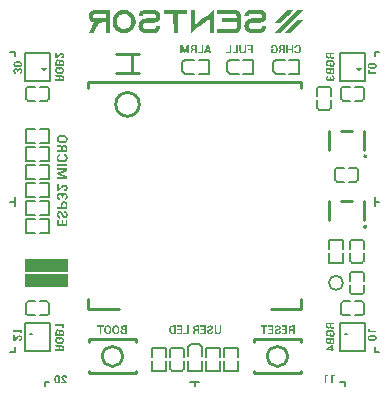
<source format=gbo>
G04 Layer: BottomSilkscreenLayer*
G04 Panelize: , Column: 3, Row: 3, Board Size: 35.56mm x 35.56mm, Panelized Board Size: 110.68mm x 110.68mm*
G04 EasyEDA v6.5.39, 2024-01-10 02:32:58*
G04 c879e6b8726d4e35908b0b4345eef0b3,3d9c8b04885e45b7839bd8e85c0fd600,10*
G04 Gerber Generator version 0.2*
G04 Scale: 100 percent, Rotated: No, Reflected: No *
G04 Dimensions in millimeters *
G04 leading zeros omitted , absolute positions ,4 integer and 5 decimal *
%FSLAX45Y45*%
%MOMM*%

%ADD10C,0.2000*%
%ADD11C,0.2540*%
%ADD12C,0.1500*%
%ADD13C,0.1524*%
%ADD14C,0.1501*%
%ADD15C,0.1280*%
%ADD16C,0.0157*%

%LPD*%
G36*
X-722376Y1627632D02*
G01*
X-863752Y1626209D01*
X-873556Y1619808D01*
X-878128Y1616506D01*
X-882446Y1612696D01*
X-886409Y1608531D01*
X-889914Y1604010D01*
X-893064Y1599234D01*
X-895705Y1594205D01*
X-897788Y1589024D01*
X-899363Y1583740D01*
X-900633Y1577441D01*
X-900834Y1573174D01*
X-864463Y1573174D01*
X-864209Y1576730D01*
X-863041Y1579930D01*
X-860958Y1583283D01*
X-856386Y1589379D01*
X-756869Y1590649D01*
X-756869Y1553768D01*
X-815289Y1553819D01*
X-834542Y1554175D01*
X-841806Y1554632D01*
X-847699Y1555242D01*
X-852424Y1556156D01*
X-856030Y1557324D01*
X-858824Y1558848D01*
X-860806Y1560728D01*
X-862228Y1563014D01*
X-863244Y1565706D01*
X-863955Y1568907D01*
X-864463Y1573174D01*
X-900834Y1573174D01*
X-900887Y1572056D01*
X-900074Y1566316D01*
X-898245Y1559102D01*
X-895807Y1552549D01*
X-892556Y1546199D01*
X-888542Y1540357D01*
X-884021Y1535023D01*
X-879043Y1530451D01*
X-873810Y1526692D01*
X-868476Y1524050D01*
X-863142Y1522577D01*
X-853592Y1521002D01*
X-889304Y1449933D01*
X-899414Y1428699D01*
X-897991Y1428191D01*
X-894080Y1427734D01*
X-881278Y1427327D01*
X-873048Y1427530D01*
X-866952Y1428089D01*
X-862837Y1429054D01*
X-860602Y1430477D01*
X-858316Y1434185D01*
X-848207Y1452880D01*
X-823976Y1499362D01*
X-820978Y1504696D01*
X-818286Y1508302D01*
X-814984Y1511401D01*
X-810920Y1513890D01*
X-806145Y1515922D01*
X-800455Y1517446D01*
X-793851Y1518462D01*
X-786231Y1519072D01*
X-777494Y1519275D01*
X-756869Y1519275D01*
X-756869Y1427327D01*
X-722376Y1427327D01*
G37*
G36*
X864971Y1627327D02*
G01*
X736904Y1499057D01*
X710539Y1472133D01*
X690575Y1451254D01*
X678027Y1437589D01*
X674878Y1433779D01*
X674014Y1432204D01*
X676198Y1431137D01*
X681075Y1430324D01*
X688390Y1429816D01*
X697839Y1429613D01*
X720140Y1429613D01*
X854964Y1564589D01*
X899769Y1610106D01*
X911555Y1622348D01*
X914400Y1625600D01*
X912469Y1626260D01*
X907135Y1626819D01*
X889660Y1627327D01*
G37*
G36*
X782269Y1627327D02*
G01*
X708050Y1552956D01*
X686511Y1530502D01*
X679551Y1522933D01*
X675792Y1518462D01*
X675335Y1517599D01*
X676554Y1516227D01*
X680567Y1515313D01*
X687832Y1514856D01*
X722426Y1514703D01*
X783488Y1575765D01*
X809193Y1602232D01*
X818286Y1612036D01*
X824433Y1619199D01*
X827481Y1623364D01*
X827735Y1624228D01*
X826058Y1625701D01*
X821893Y1626666D01*
X814882Y1627174D01*
G37*
G36*
X190246Y1627327D02*
G01*
X190246Y1590548D01*
X343966Y1590548D01*
X348691Y1584502D01*
X350926Y1581048D01*
X352399Y1577035D01*
X353212Y1572158D01*
X353466Y1566113D01*
X353466Y1553768D01*
X227025Y1553768D01*
X227025Y1519275D01*
X353466Y1519275D01*
X353314Y1485239D01*
X352602Y1477924D01*
X350926Y1473403D01*
X347827Y1469745D01*
X342188Y1464106D01*
X190246Y1464106D01*
X190246Y1427327D01*
X299821Y1427480D01*
X331165Y1428242D01*
X341071Y1428800D01*
X347319Y1429562D01*
X349097Y1430020D01*
X356057Y1432763D01*
X362305Y1436065D01*
X367893Y1439875D01*
X372872Y1444294D01*
X377291Y1449324D01*
X381101Y1455064D01*
X384454Y1461465D01*
X387350Y1468678D01*
X387959Y1471066D01*
X388975Y1478940D01*
X389686Y1490218D01*
X390144Y1503883D01*
X390347Y1519072D01*
X390042Y1550060D01*
X389483Y1564030D01*
X388670Y1575714D01*
X387604Y1584147D01*
X386994Y1586839D01*
X384606Y1593494D01*
X381711Y1599590D01*
X378155Y1605076D01*
X374091Y1610004D01*
X369366Y1614322D01*
X364083Y1618132D01*
X358241Y1621383D01*
X351739Y1624076D01*
X347167Y1625092D01*
X339648Y1625904D01*
X328422Y1626514D01*
X292608Y1627124D01*
G37*
G36*
X-37338Y1627327D02*
G01*
X-37236Y1490116D01*
X-36982Y1458671D01*
X-36372Y1431645D01*
X-36118Y1429613D01*
X-31038Y1432864D01*
X27381Y1477365D01*
X41503Y1488440D01*
X74980Y1513789D01*
X89052Y1525270D01*
X110489Y1541627D01*
X121361Y1550314D01*
X122935Y1551178D01*
X124002Y1551482D01*
X124358Y1550212D01*
X125120Y1540916D01*
X125780Y1524304D01*
X126288Y1502308D01*
X127050Y1428496D01*
X143764Y1427784D01*
X151485Y1427683D01*
X156870Y1427988D01*
X160121Y1428750D01*
X161594Y1430121D01*
X162001Y1438859D01*
X162204Y1460449D01*
X162153Y1519326D01*
X161544Y1625193D01*
X97993Y1576984D01*
X71882Y1556461D01*
X15138Y1513179D01*
X4622Y1504746D01*
X-558Y1500073D01*
X-558Y1627327D01*
G37*
G36*
X-262636Y1627327D02*
G01*
X-262636Y1590548D01*
X-182219Y1590548D01*
X-181000Y1428496D01*
X-145389Y1427124D01*
X-145389Y1590548D01*
X-64922Y1590548D01*
X-64922Y1627327D01*
G37*
G36*
X503732Y1627022D02*
G01*
X486460Y1626819D01*
X471830Y1626362D01*
X461670Y1625701D01*
X458876Y1625295D01*
X453593Y1623720D01*
X448513Y1621485D01*
X443636Y1618691D01*
X439013Y1615338D01*
X434746Y1611528D01*
X430834Y1607210D01*
X427380Y1602486D01*
X424434Y1597456D01*
X421893Y1592021D01*
X419862Y1586687D01*
X418439Y1581912D01*
X417880Y1578508D01*
X417830Y1572158D01*
X444550Y1572310D01*
X449935Y1573072D01*
X452729Y1575155D01*
X456133Y1582013D01*
X457911Y1584706D01*
X459841Y1586941D01*
X461670Y1588363D01*
X467004Y1589176D01*
X478434Y1589887D01*
X494334Y1590395D01*
X560019Y1590548D01*
X564794Y1584502D01*
X568350Y1578102D01*
X569417Y1571498D01*
X567893Y1565148D01*
X563930Y1559407D01*
X562000Y1557578D01*
X559968Y1556156D01*
X557326Y1555191D01*
X553567Y1554480D01*
X548081Y1554073D01*
X529894Y1553768D01*
X504443Y1553718D01*
X485495Y1553210D01*
X477875Y1552702D01*
X471220Y1551940D01*
X465429Y1550924D01*
X460349Y1549603D01*
X455828Y1547977D01*
X451713Y1545996D01*
X447801Y1543659D01*
X444042Y1540865D01*
X440131Y1537614D01*
X436016Y1533652D01*
X432308Y1529486D01*
X429056Y1525117D01*
X426212Y1520596D01*
X423824Y1515922D01*
X421893Y1511096D01*
X420319Y1506220D01*
X419201Y1501292D01*
X418490Y1496314D01*
X418185Y1491284D01*
X418338Y1486306D01*
X418846Y1481378D01*
X419760Y1476451D01*
X421081Y1471676D01*
X422757Y1466951D01*
X424840Y1462430D01*
X427329Y1458010D01*
X430225Y1453794D01*
X433476Y1449832D01*
X437083Y1446072D01*
X441045Y1442567D01*
X445414Y1439367D01*
X450138Y1436522D01*
X455218Y1433982D01*
X462838Y1431036D01*
X466902Y1430070D01*
X471678Y1429308D01*
X477570Y1428750D01*
X494385Y1428038D01*
X515975Y1427581D01*
X532333Y1427683D01*
X545084Y1428394D01*
X550367Y1429004D01*
X555091Y1429867D01*
X559409Y1430985D01*
X563422Y1432306D01*
X570890Y1435811D01*
X574598Y1437995D01*
X582015Y1443278D01*
X585368Y1446022D01*
X587908Y1448460D01*
X590600Y1451864D01*
X593394Y1456131D01*
X596087Y1461058D01*
X600811Y1471625D01*
X602538Y1476603D01*
X603656Y1481074D01*
X604062Y1484680D01*
X604062Y1491691D01*
X577189Y1491589D01*
X571957Y1490878D01*
X569620Y1488897D01*
X567385Y1482039D01*
X565454Y1478534D01*
X562914Y1475028D01*
X560120Y1471930D01*
X553161Y1465275D01*
X468731Y1465275D01*
X461721Y1471980D01*
X457657Y1476705D01*
X454863Y1481734D01*
X453440Y1486966D01*
X453237Y1492300D01*
X454355Y1497584D01*
X456742Y1502714D01*
X460349Y1507642D01*
X465226Y1512163D01*
X467309Y1513687D01*
X469646Y1514805D01*
X472643Y1515668D01*
X476758Y1516278D01*
X490067Y1516888D01*
X533501Y1517192D01*
X549097Y1517904D01*
X561035Y1519377D01*
X565912Y1520393D01*
X570280Y1521714D01*
X574243Y1523238D01*
X577900Y1525117D01*
X581406Y1527251D01*
X584860Y1529740D01*
X588670Y1533194D01*
X592175Y1537309D01*
X595274Y1542034D01*
X597966Y1547266D01*
X600252Y1552803D01*
X602030Y1558645D01*
X603300Y1564589D01*
X604113Y1570532D01*
X604316Y1576374D01*
X603910Y1582013D01*
X602945Y1587296D01*
X601268Y1592173D01*
X598373Y1598015D01*
X594969Y1603451D01*
X591007Y1608429D01*
X586587Y1612900D01*
X581761Y1616811D01*
X576529Y1620215D01*
X570941Y1623009D01*
X564997Y1625193D01*
X558546Y1626006D01*
X546506Y1626565D01*
X530656Y1626920D01*
G37*
G36*
X-597103Y1626971D02*
G01*
X-603402Y1626920D01*
X-609701Y1626463D01*
X-615950Y1625600D01*
X-622147Y1624330D01*
X-628243Y1622704D01*
X-634238Y1620672D01*
X-640080Y1618234D01*
X-645820Y1615490D01*
X-651357Y1612341D01*
X-656742Y1608886D01*
X-661873Y1605127D01*
X-666800Y1601012D01*
X-671525Y1596593D01*
X-675944Y1591919D01*
X-680059Y1586941D01*
X-683869Y1581658D01*
X-687374Y1576120D01*
X-693013Y1565300D01*
X-694893Y1561084D01*
X-696264Y1557223D01*
X-697179Y1553260D01*
X-697738Y1548790D01*
X-698144Y1536293D01*
X-698129Y1526032D01*
X-664413Y1526032D01*
X-664159Y1532890D01*
X-663244Y1539595D01*
X-661720Y1546098D01*
X-659536Y1552346D01*
X-656691Y1558290D01*
X-653288Y1563878D01*
X-649274Y1569161D01*
X-644702Y1573987D01*
X-639521Y1578406D01*
X-633831Y1582318D01*
X-627227Y1586077D01*
X-621182Y1588262D01*
X-614019Y1589379D01*
X-604012Y1589836D01*
X-596442Y1589887D01*
X-589534Y1589684D01*
X-583996Y1589278D01*
X-580593Y1588719D01*
X-576732Y1587144D01*
X-572414Y1584756D01*
X-567893Y1581708D01*
X-563321Y1578152D01*
X-558800Y1574190D01*
X-554532Y1570024D01*
X-550722Y1565808D01*
X-547522Y1561592D01*
X-543458Y1555140D01*
X-541020Y1549247D01*
X-539699Y1542084D01*
X-538937Y1531823D01*
X-538734Y1524304D01*
X-539089Y1517497D01*
X-539953Y1511300D01*
X-541375Y1505610D01*
X-543509Y1500174D01*
X-546252Y1494993D01*
X-549757Y1489862D01*
X-554024Y1484630D01*
X-558596Y1479956D01*
X-563422Y1475943D01*
X-568655Y1472641D01*
X-574243Y1469948D01*
X-580339Y1467916D01*
X-586892Y1466494D01*
X-594004Y1465681D01*
X-601675Y1465427D01*
X-609549Y1465681D01*
X-616458Y1466443D01*
X-622655Y1467815D01*
X-628294Y1469898D01*
X-633577Y1472742D01*
X-638759Y1476502D01*
X-643991Y1481277D01*
X-649528Y1487068D01*
X-654761Y1493367D01*
X-658418Y1499057D01*
X-660958Y1505000D01*
X-662787Y1511909D01*
X-663956Y1519021D01*
X-664413Y1526032D01*
X-698129Y1526032D01*
X-697890Y1511554D01*
X-697534Y1506067D01*
X-696976Y1501546D01*
X-696061Y1497685D01*
X-694740Y1493926D01*
X-690524Y1485138D01*
X-687374Y1479397D01*
X-683869Y1473911D01*
X-680059Y1468678D01*
X-675894Y1463700D01*
X-671474Y1458976D01*
X-666750Y1454556D01*
X-661822Y1450441D01*
X-656691Y1446631D01*
X-651357Y1443126D01*
X-645871Y1439976D01*
X-640232Y1437132D01*
X-634492Y1434693D01*
X-628650Y1432610D01*
X-622706Y1430883D01*
X-616762Y1429613D01*
X-610768Y1428750D01*
X-604774Y1428242D01*
X-598830Y1428242D01*
X-592886Y1428648D01*
X-587044Y1429562D01*
X-579069Y1431340D01*
X-571500Y1433576D01*
X-564337Y1436319D01*
X-557530Y1439468D01*
X-550976Y1443177D01*
X-544626Y1447444D01*
X-538480Y1452270D01*
X-532434Y1457756D01*
X-528421Y1461770D01*
X-524713Y1466037D01*
X-521258Y1470406D01*
X-515264Y1479600D01*
X-512724Y1484426D01*
X-508406Y1494332D01*
X-506679Y1499412D01*
X-505256Y1504594D01*
X-504139Y1509826D01*
X-503275Y1515110D01*
X-502412Y1525778D01*
X-502767Y1536446D01*
X-503326Y1541780D01*
X-504190Y1547114D01*
X-505358Y1552397D01*
X-506831Y1557578D01*
X-508609Y1562760D01*
X-510641Y1567840D01*
X-512978Y1572818D01*
X-515569Y1577695D01*
X-518515Y1582470D01*
X-521716Y1587093D01*
X-525221Y1591614D01*
X-528980Y1595983D01*
X-532180Y1599133D01*
X-535889Y1602333D01*
X-544677Y1608582D01*
X-549503Y1611579D01*
X-559765Y1617116D01*
X-570128Y1621586D01*
X-575157Y1623364D01*
X-579983Y1624787D01*
X-584454Y1625752D01*
X-590753Y1626565D01*
G37*
G36*
X-375107Y1626870D02*
G01*
X-440791Y1626209D01*
X-452170Y1619148D01*
X-456946Y1615795D01*
X-461467Y1611782D01*
X-465632Y1607261D01*
X-469341Y1602384D01*
X-472541Y1597202D01*
X-475081Y1591868D01*
X-476961Y1586534D01*
X-478078Y1581302D01*
X-479298Y1572158D01*
X-452120Y1572260D01*
X-446633Y1573072D01*
X-443839Y1575155D01*
X-440435Y1582013D01*
X-438658Y1584706D01*
X-436676Y1586941D01*
X-434848Y1588363D01*
X-433070Y1588770D01*
X-424484Y1589582D01*
X-410616Y1590192D01*
X-393192Y1590497D01*
X-336499Y1590548D01*
X-331774Y1584502D01*
X-328168Y1578102D01*
X-327152Y1571498D01*
X-328625Y1565148D01*
X-332638Y1559407D01*
X-334568Y1557578D01*
X-336600Y1556156D01*
X-339191Y1555191D01*
X-343001Y1554480D01*
X-348488Y1554073D01*
X-366674Y1553768D01*
X-392074Y1553718D01*
X-411073Y1553210D01*
X-418693Y1552702D01*
X-425348Y1551940D01*
X-431139Y1550924D01*
X-436168Y1549603D01*
X-440690Y1547977D01*
X-444855Y1545996D01*
X-448716Y1543659D01*
X-452526Y1540865D01*
X-456387Y1537614D01*
X-460552Y1533652D01*
X-464261Y1529486D01*
X-467512Y1525117D01*
X-470306Y1520596D01*
X-472693Y1515922D01*
X-474675Y1511096D01*
X-476199Y1506220D01*
X-477367Y1501292D01*
X-478078Y1496314D01*
X-478332Y1491284D01*
X-478231Y1486306D01*
X-477723Y1481378D01*
X-476808Y1476451D01*
X-475488Y1471676D01*
X-473811Y1466951D01*
X-471678Y1462430D01*
X-469188Y1458010D01*
X-466343Y1453794D01*
X-463092Y1449832D01*
X-459485Y1446072D01*
X-455472Y1442567D01*
X-451154Y1439367D01*
X-446430Y1436522D01*
X-441350Y1433982D01*
X-433730Y1431036D01*
X-429666Y1430070D01*
X-424891Y1429308D01*
X-418998Y1428750D01*
X-402183Y1428038D01*
X-380593Y1427581D01*
X-364236Y1427683D01*
X-351485Y1428394D01*
X-346202Y1429004D01*
X-341426Y1429867D01*
X-337159Y1430985D01*
X-333146Y1432306D01*
X-325678Y1435811D01*
X-321970Y1437995D01*
X-314553Y1443278D01*
X-311200Y1446022D01*
X-308660Y1448460D01*
X-305968Y1451864D01*
X-303174Y1456131D01*
X-300482Y1461058D01*
X-297942Y1466342D01*
X-295757Y1471625D01*
X-294030Y1476603D01*
X-292912Y1481074D01*
X-292506Y1484680D01*
X-292506Y1491691D01*
X-319379Y1491589D01*
X-324612Y1490878D01*
X-326948Y1488897D01*
X-329184Y1482039D01*
X-331114Y1478534D01*
X-333654Y1475028D01*
X-336448Y1471930D01*
X-343357Y1465275D01*
X-427837Y1465275D01*
X-434848Y1471980D01*
X-440232Y1478686D01*
X-443077Y1485950D01*
X-443331Y1493570D01*
X-440943Y1501343D01*
X-439267Y1504645D01*
X-437489Y1507439D01*
X-435508Y1509826D01*
X-433120Y1511757D01*
X-430225Y1513281D01*
X-426669Y1514500D01*
X-422249Y1515414D01*
X-416915Y1516126D01*
X-402640Y1516837D01*
X-362712Y1517192D01*
X-347268Y1517954D01*
X-340969Y1518564D01*
X-335432Y1519377D01*
X-330555Y1520444D01*
X-326237Y1521714D01*
X-322275Y1523288D01*
X-318617Y1525117D01*
X-315112Y1527251D01*
X-311658Y1529740D01*
X-307086Y1533906D01*
X-303072Y1538681D01*
X-299720Y1544066D01*
X-297027Y1549908D01*
X-294944Y1556156D01*
X-293573Y1562658D01*
X-292912Y1569262D01*
X-292963Y1575968D01*
X-293776Y1582572D01*
X-295300Y1589024D01*
X-297586Y1595221D01*
X-300634Y1601012D01*
X-306425Y1609191D01*
X-312521Y1615389D01*
X-319582Y1620164D01*
X-328269Y1623974D01*
X-331266Y1624888D01*
X-335076Y1625600D01*
X-339953Y1626158D01*
X-353872Y1626768D01*
G37*
G36*
X864920Y1542288D02*
G01*
X803554Y1480820D01*
X789635Y1466646D01*
X768705Y1444447D01*
X762406Y1437182D01*
X759307Y1433017D01*
X759053Y1432204D01*
X761238Y1431137D01*
X766165Y1430324D01*
X773480Y1429816D01*
X782929Y1429613D01*
X805180Y1429613D01*
X887272Y1511960D01*
X906932Y1532178D01*
X914400Y1540510D01*
X912469Y1541221D01*
X907135Y1541780D01*
X889660Y1542288D01*
G37*
G36*
X-1511046Y1189482D02*
G01*
X-1516938Y1189075D01*
X-1522171Y1187907D01*
X-1526692Y1185926D01*
X-1530604Y1183132D01*
X-1533702Y1179576D01*
X-1535938Y1175461D01*
X-1537258Y1170787D01*
X-1537716Y1165606D01*
X-1526794Y1165606D01*
X-1526540Y1167739D01*
X-1525828Y1169670D01*
X-1524660Y1171295D01*
X-1522984Y1172718D01*
X-1521002Y1173937D01*
X-1518513Y1174800D01*
X-1515668Y1175359D01*
X-1512316Y1175512D01*
X-1489964Y1175512D01*
X-1486712Y1175359D01*
X-1483868Y1174800D01*
X-1481378Y1173937D01*
X-1479296Y1172718D01*
X-1477619Y1171295D01*
X-1476451Y1169670D01*
X-1475740Y1167790D01*
X-1475486Y1165606D01*
X-1475740Y1163320D01*
X-1476451Y1161338D01*
X-1477619Y1159662D01*
X-1479296Y1158240D01*
X-1481378Y1157122D01*
X-1483868Y1156360D01*
X-1486712Y1155852D01*
X-1489964Y1155700D01*
X-1512316Y1155700D01*
X-1515668Y1155852D01*
X-1518513Y1156360D01*
X-1521002Y1157122D01*
X-1522984Y1158240D01*
X-1524660Y1159662D01*
X-1525828Y1161338D01*
X-1526540Y1163320D01*
X-1526794Y1165606D01*
X-1537716Y1165606D01*
X-1537258Y1160424D01*
X-1535938Y1155750D01*
X-1533702Y1151636D01*
X-1530604Y1148080D01*
X-1526692Y1145184D01*
X-1522171Y1143152D01*
X-1516938Y1141882D01*
X-1511046Y1141476D01*
X-1491488Y1141476D01*
X-1485595Y1141882D01*
X-1480312Y1143152D01*
X-1475689Y1145184D01*
X-1471676Y1148080D01*
X-1468577Y1151636D01*
X-1466342Y1155750D01*
X-1465021Y1160424D01*
X-1464564Y1165606D01*
X-1465021Y1170686D01*
X-1466342Y1175258D01*
X-1468577Y1179322D01*
X-1471676Y1182878D01*
X-1475689Y1185773D01*
X-1480312Y1187805D01*
X-1485595Y1189075D01*
X-1491488Y1189482D01*
G37*
G36*
X-1516888Y1133094D02*
G01*
X-1521460Y1132636D01*
X-1525524Y1131316D01*
X-1529080Y1129080D01*
X-1532128Y1125982D01*
X-1534566Y1122273D01*
X-1536293Y1118057D01*
X-1537360Y1113282D01*
X-1537716Y1107948D01*
X-1537360Y1103274D01*
X-1536395Y1098854D01*
X-1534718Y1094740D01*
X-1532382Y1090930D01*
X-1529537Y1087831D01*
X-1526184Y1085596D01*
X-1522171Y1084275D01*
X-1517650Y1083818D01*
X-1517396Y1084072D01*
X-1517396Y1097788D01*
X-1519326Y1097991D01*
X-1521104Y1098550D01*
X-1522628Y1099515D01*
X-1525219Y1102309D01*
X-1526082Y1104036D01*
X-1526641Y1105865D01*
X-1526794Y1107948D01*
X-1526641Y1110234D01*
X-1526082Y1112316D01*
X-1525219Y1114196D01*
X-1524000Y1115822D01*
X-1522374Y1117142D01*
X-1520647Y1118108D01*
X-1518716Y1118666D01*
X-1516634Y1118870D01*
X-1513992Y1118717D01*
X-1511757Y1118158D01*
X-1509826Y1117295D01*
X-1508252Y1116076D01*
X-1507134Y1114501D01*
X-1506372Y1112570D01*
X-1505864Y1110335D01*
X-1505712Y1099820D01*
X-1494790Y1099820D01*
X-1494637Y1110081D01*
X-1494129Y1112113D01*
X-1493367Y1113891D01*
X-1492250Y1115314D01*
X-1490827Y1116431D01*
X-1489151Y1117244D01*
X-1487170Y1117701D01*
X-1484884Y1117854D01*
X-1482953Y1117701D01*
X-1481226Y1117244D01*
X-1479651Y1116431D01*
X-1478280Y1115314D01*
X-1477060Y1113790D01*
X-1476197Y1112062D01*
X-1475638Y1110132D01*
X-1475486Y1107948D01*
X-1475638Y1106119D01*
X-1476146Y1104392D01*
X-1476908Y1102817D01*
X-1478026Y1101344D01*
X-1479245Y1100226D01*
X-1480718Y1099464D01*
X-1482293Y1098956D01*
X-1484122Y1098804D01*
X-1484122Y1085088D01*
X-1483868Y1084834D01*
X-1479854Y1085138D01*
X-1476197Y1086358D01*
X-1472844Y1088440D01*
X-1469898Y1091438D01*
X-1467561Y1094943D01*
X-1465884Y1098854D01*
X-1464919Y1103223D01*
X-1464564Y1107948D01*
X-1464919Y1113231D01*
X-1465884Y1117904D01*
X-1467561Y1122019D01*
X-1469898Y1125474D01*
X-1472742Y1128369D01*
X-1476095Y1130452D01*
X-1480108Y1131671D01*
X-1484630Y1132078D01*
X-1487017Y1131925D01*
X-1489303Y1131366D01*
X-1491589Y1130503D01*
X-1493774Y1129284D01*
X-1495704Y1127760D01*
X-1497380Y1125931D01*
X-1498854Y1123797D01*
X-1500124Y1121410D01*
X-1501292Y1124051D01*
X-1502714Y1126337D01*
X-1504442Y1128369D01*
X-1506474Y1130046D01*
X-1508760Y1131366D01*
X-1511249Y1132332D01*
X-1513941Y1132890D01*
G37*
G36*
X-1536700Y-1084834D02*
G01*
X-1536700Y-1099058D01*
X-1478026Y-1099058D01*
X-1478026Y-1113790D01*
X-1467104Y-1113790D01*
X-1464564Y-1084834D01*
G37*
G36*
X-1536700Y-1127760D02*
G01*
X-1536700Y-1175512D01*
X-1527302Y-1175512D01*
X-1499616Y-1151077D01*
X-1494790Y-1147521D01*
X-1492758Y-1146302D01*
X-1488795Y-1144778D01*
X-1485138Y-1144270D01*
X-1483106Y-1144422D01*
X-1481277Y-1144828D01*
X-1479651Y-1145540D01*
X-1477060Y-1147724D01*
X-1476197Y-1149197D01*
X-1475638Y-1151026D01*
X-1475486Y-1153160D01*
X-1475689Y-1155344D01*
X-1476349Y-1157224D01*
X-1477467Y-1158849D01*
X-1479042Y-1160272D01*
X-1480820Y-1161389D01*
X-1482801Y-1162202D01*
X-1484985Y-1162659D01*
X-1487424Y-1162812D01*
X-1487424Y-1176782D01*
X-1482648Y-1176477D01*
X-1478483Y-1175308D01*
X-1474622Y-1173327D01*
X-1471168Y-1170432D01*
X-1468272Y-1166977D01*
X-1466189Y-1162913D01*
X-1464970Y-1158341D01*
X-1464564Y-1153160D01*
X-1464919Y-1147978D01*
X-1465986Y-1143457D01*
X-1467713Y-1139494D01*
X-1470152Y-1136142D01*
X-1473200Y-1133449D01*
X-1476705Y-1131570D01*
X-1480667Y-1130401D01*
X-1485138Y-1130046D01*
X-1488236Y-1130249D01*
X-1491234Y-1130858D01*
X-1494078Y-1131925D01*
X-1496822Y-1133348D01*
X-1503172Y-1138021D01*
X-1525524Y-1156716D01*
X-1525778Y-1156716D01*
X-1525778Y-1127760D01*
G37*
G36*
X-1107440Y-1464564D02*
G01*
X-1112621Y-1464919D01*
X-1117142Y-1465986D01*
X-1121105Y-1467713D01*
X-1124458Y-1470152D01*
X-1127150Y-1473200D01*
X-1129030Y-1476705D01*
X-1130198Y-1480667D01*
X-1130554Y-1485138D01*
X-1130350Y-1488236D01*
X-1129741Y-1491234D01*
X-1128674Y-1494078D01*
X-1127252Y-1496822D01*
X-1122578Y-1503172D01*
X-1103884Y-1525524D01*
X-1103884Y-1525778D01*
X-1132840Y-1525778D01*
X-1132840Y-1536700D01*
X-1085088Y-1536700D01*
X-1085088Y-1527302D01*
X-1109522Y-1499616D01*
X-1113078Y-1494790D01*
X-1114298Y-1492758D01*
X-1115822Y-1488795D01*
X-1116330Y-1485138D01*
X-1116177Y-1483106D01*
X-1115771Y-1481277D01*
X-1115060Y-1479651D01*
X-1112875Y-1477060D01*
X-1111402Y-1476197D01*
X-1109573Y-1475638D01*
X-1107440Y-1475486D01*
X-1105255Y-1475689D01*
X-1103376Y-1476349D01*
X-1101699Y-1477467D01*
X-1100328Y-1479042D01*
X-1099210Y-1480820D01*
X-1098397Y-1482801D01*
X-1097940Y-1484985D01*
X-1097788Y-1487424D01*
X-1083818Y-1487424D01*
X-1084122Y-1482648D01*
X-1085291Y-1478483D01*
X-1087272Y-1474622D01*
X-1090168Y-1471168D01*
X-1093622Y-1468272D01*
X-1097686Y-1466189D01*
X-1102258Y-1464970D01*
G37*
G36*
X-1165606Y-1464564D02*
G01*
X-1170686Y-1465021D01*
X-1175258Y-1466342D01*
X-1179322Y-1468577D01*
X-1182878Y-1471676D01*
X-1185773Y-1475689D01*
X-1187805Y-1480312D01*
X-1189075Y-1485595D01*
X-1189482Y-1491488D01*
X-1189394Y-1512316D01*
X-1175512Y-1512316D01*
X-1175512Y-1489964D01*
X-1175359Y-1486712D01*
X-1174800Y-1483868D01*
X-1173937Y-1481378D01*
X-1172718Y-1479296D01*
X-1171295Y-1477619D01*
X-1169670Y-1476451D01*
X-1167790Y-1475740D01*
X-1165606Y-1475486D01*
X-1163320Y-1475740D01*
X-1161338Y-1476451D01*
X-1159662Y-1477619D01*
X-1158240Y-1479296D01*
X-1157122Y-1481378D01*
X-1156360Y-1483868D01*
X-1155852Y-1486712D01*
X-1155700Y-1489964D01*
X-1155700Y-1512316D01*
X-1155852Y-1515668D01*
X-1156360Y-1518513D01*
X-1157122Y-1521002D01*
X-1158240Y-1522984D01*
X-1159662Y-1524660D01*
X-1161338Y-1525828D01*
X-1163320Y-1526540D01*
X-1165606Y-1526794D01*
X-1167790Y-1526540D01*
X-1169670Y-1525828D01*
X-1171295Y-1524660D01*
X-1172718Y-1522984D01*
X-1173937Y-1521002D01*
X-1174800Y-1518513D01*
X-1175359Y-1515668D01*
X-1175512Y-1512316D01*
X-1189394Y-1512316D01*
X-1189075Y-1516938D01*
X-1187907Y-1522171D01*
X-1185926Y-1526692D01*
X-1183132Y-1530604D01*
X-1179576Y-1533702D01*
X-1175461Y-1535938D01*
X-1170787Y-1537258D01*
X-1165606Y-1537716D01*
X-1160424Y-1537258D01*
X-1155750Y-1535938D01*
X-1151636Y-1533702D01*
X-1148080Y-1530604D01*
X-1145184Y-1526692D01*
X-1143152Y-1522171D01*
X-1141882Y-1516938D01*
X-1141476Y-1511046D01*
X-1141476Y-1491488D01*
X-1141882Y-1485595D01*
X-1143152Y-1480312D01*
X-1145184Y-1475689D01*
X-1148080Y-1471676D01*
X-1151636Y-1468577D01*
X-1155750Y-1466342D01*
X-1160424Y-1465021D01*
G37*
G36*
X1154938Y-1464564D02*
G01*
X1154938Y-1536700D01*
X1169162Y-1536700D01*
X1169162Y-1478026D01*
X1183894Y-1478026D01*
X1183894Y-1467104D01*
G37*
G36*
X1097534Y-1464564D02*
G01*
X1097534Y-1536700D01*
X1111758Y-1536700D01*
X1111758Y-1478026D01*
X1126490Y-1478026D01*
X1126490Y-1467104D01*
G37*
G36*
X1467104Y-1076706D02*
G01*
X1464564Y-1105662D01*
X1536700Y-1105662D01*
X1536700Y-1091438D01*
X1478026Y-1091438D01*
X1478026Y-1076706D01*
G37*
G36*
X1491488Y-1128776D02*
G01*
X1485595Y-1129182D01*
X1480312Y-1130452D01*
X1475689Y-1132484D01*
X1471676Y-1135380D01*
X1468577Y-1138936D01*
X1466342Y-1143050D01*
X1465021Y-1147724D01*
X1464564Y-1152906D01*
X1475486Y-1152906D01*
X1475740Y-1150620D01*
X1476451Y-1148638D01*
X1477619Y-1146962D01*
X1479296Y-1145540D01*
X1481378Y-1144422D01*
X1483868Y-1143660D01*
X1486712Y-1143152D01*
X1489964Y-1143000D01*
X1512316Y-1143000D01*
X1515668Y-1143152D01*
X1518513Y-1143660D01*
X1521002Y-1144422D01*
X1522984Y-1145540D01*
X1524660Y-1146962D01*
X1525828Y-1148638D01*
X1526540Y-1150620D01*
X1526794Y-1152906D01*
X1526540Y-1155039D01*
X1525828Y-1156970D01*
X1524660Y-1158595D01*
X1522984Y-1160018D01*
X1521002Y-1161237D01*
X1518513Y-1162100D01*
X1515668Y-1162659D01*
X1512316Y-1162812D01*
X1489964Y-1162812D01*
X1486712Y-1162659D01*
X1483868Y-1162100D01*
X1481378Y-1161237D01*
X1479296Y-1160018D01*
X1477619Y-1158595D01*
X1476451Y-1156970D01*
X1475740Y-1155090D01*
X1475486Y-1152906D01*
X1464564Y-1152906D01*
X1465021Y-1157986D01*
X1466342Y-1162558D01*
X1468577Y-1166622D01*
X1471676Y-1170178D01*
X1475689Y-1173073D01*
X1480312Y-1175105D01*
X1485595Y-1176375D01*
X1491488Y-1176782D01*
X1511046Y-1176782D01*
X1516938Y-1176375D01*
X1522171Y-1175207D01*
X1526692Y-1173226D01*
X1530604Y-1170432D01*
X1533702Y-1166876D01*
X1535938Y-1162761D01*
X1537258Y-1158087D01*
X1537716Y-1152906D01*
X1537258Y-1147724D01*
X1535938Y-1143050D01*
X1533702Y-1138936D01*
X1530604Y-1135380D01*
X1526692Y-1132484D01*
X1522171Y-1130452D01*
X1516938Y-1129182D01*
X1511046Y-1128776D01*
G37*
G36*
X1491488Y1176528D02*
G01*
X1485595Y1176121D01*
X1480312Y1174902D01*
X1475689Y1172819D01*
X1471676Y1169924D01*
X1468577Y1166368D01*
X1466342Y1162253D01*
X1465021Y1157579D01*
X1464564Y1152398D01*
X1475486Y1152398D01*
X1475740Y1154684D01*
X1476451Y1156665D01*
X1477619Y1158341D01*
X1479296Y1159764D01*
X1481378Y1160881D01*
X1483868Y1161694D01*
X1486712Y1162151D01*
X1489964Y1162304D01*
X1512316Y1162304D01*
X1515668Y1162151D01*
X1518513Y1161694D01*
X1521002Y1160881D01*
X1522984Y1159764D01*
X1524660Y1158240D01*
X1525828Y1156512D01*
X1526540Y1154582D01*
X1526794Y1152398D01*
X1526540Y1150213D01*
X1525828Y1148283D01*
X1524660Y1146556D01*
X1522984Y1145032D01*
X1521002Y1143914D01*
X1518513Y1143152D01*
X1515668Y1142644D01*
X1512316Y1142492D01*
X1489964Y1142492D01*
X1486712Y1142644D01*
X1483868Y1143203D01*
X1481378Y1144066D01*
X1479296Y1145286D01*
X1477619Y1146657D01*
X1476451Y1148334D01*
X1475740Y1150213D01*
X1475486Y1152398D01*
X1464564Y1152398D01*
X1465021Y1147216D01*
X1466342Y1142542D01*
X1468577Y1138428D01*
X1471676Y1134872D01*
X1475689Y1131976D01*
X1480312Y1129944D01*
X1485595Y1128674D01*
X1491488Y1128268D01*
X1511046Y1128268D01*
X1516938Y1128674D01*
X1522171Y1129944D01*
X1526692Y1131976D01*
X1530604Y1134872D01*
X1533702Y1138428D01*
X1535938Y1142542D01*
X1537258Y1147216D01*
X1537716Y1152398D01*
X1537258Y1157579D01*
X1535938Y1162253D01*
X1533702Y1166368D01*
X1530604Y1169924D01*
X1526692Y1172819D01*
X1522171Y1174902D01*
X1516938Y1176121D01*
X1511046Y1176528D01*
G37*
G36*
X1467104Y1113790D02*
G01*
X1464564Y1084834D01*
X1536700Y1084834D01*
X1536700Y1099058D01*
X1478026Y1099058D01*
X1478026Y1113790D01*
G37*
G36*
X100330Y1328420D02*
G01*
X85322Y1283716D01*
X99568Y1283716D01*
X107442Y1308862D01*
X107696Y1308862D01*
X115570Y1283716D01*
X85322Y1283716D01*
X76454Y1257300D01*
X91186Y1257300D01*
X96012Y1272540D01*
X119126Y1272540D01*
X123952Y1257300D01*
X138938Y1257300D01*
X114808Y1328420D01*
G37*
G36*
X55372Y1328420D02*
G01*
X55372Y1268222D01*
X23368Y1268222D01*
X23368Y1257300D01*
X69596Y1257300D01*
X69596Y1328420D01*
G37*
G36*
X-10668Y1328420D02*
G01*
X-16408Y1328064D01*
X-21539Y1327048D01*
X-25958Y1325270D01*
X-29718Y1322832D01*
X-32715Y1319784D01*
X-34848Y1316177D01*
X-36169Y1312011D01*
X-36536Y1306830D01*
X-22352Y1306830D01*
X-22148Y1309116D01*
X-21590Y1311148D01*
X-20624Y1312926D01*
X-19304Y1314450D01*
X-17627Y1315770D01*
X-15646Y1316736D01*
X-13309Y1317294D01*
X-10668Y1317498D01*
X-254Y1317498D01*
X-254Y1296670D01*
X-13258Y1296822D01*
X-15697Y1297330D01*
X-17678Y1298092D01*
X-19304Y1299210D01*
X-20624Y1300632D01*
X-21590Y1302359D01*
X-22148Y1304442D01*
X-22352Y1306830D01*
X-36536Y1306830D01*
X-36372Y1304747D01*
X-35814Y1302308D01*
X-34848Y1300073D01*
X-33528Y1297940D01*
X-31953Y1296009D01*
X-30022Y1294333D01*
X-27787Y1292860D01*
X-25146Y1291590D01*
X-28092Y1290421D01*
X-30581Y1288999D01*
X-32664Y1287272D01*
X-34290Y1285240D01*
X-35509Y1282954D01*
X-36372Y1280414D01*
X-36931Y1277620D01*
X-37287Y1266342D01*
X-37846Y1263142D01*
X-38912Y1260297D01*
X-40640Y1258316D01*
X-40640Y1257300D01*
X-25908Y1257300D01*
X-24993Y1258163D01*
X-24231Y1259332D01*
X-23368Y1262380D01*
X-22860Y1269492D01*
X-22860Y1274572D01*
X-22656Y1277061D01*
X-22098Y1279245D01*
X-21132Y1281125D01*
X-19812Y1282700D01*
X-18237Y1284020D01*
X-16408Y1284986D01*
X-14173Y1285544D01*
X-11684Y1285748D01*
X-254Y1285748D01*
X-254Y1257300D01*
X13970Y1257300D01*
X13970Y1328420D01*
G37*
G36*
X-123698Y1328420D02*
G01*
X-123698Y1257300D01*
X-109474Y1257300D01*
X-109474Y1305814D01*
X-109220Y1305814D01*
X-91440Y1257300D01*
X-81788Y1257300D01*
X-64262Y1306068D01*
X-64008Y1305814D01*
X-64008Y1257300D01*
X-49784Y1257300D01*
X-49784Y1328420D01*
X-68580Y1328420D01*
X-86614Y1276096D01*
X-86868Y1276096D01*
X-105156Y1328420D01*
G37*
G36*
X442214Y1328420D02*
G01*
X442214Y1317498D01*
X474472Y1317498D01*
X474472Y1297940D01*
X447293Y1297940D01*
X447293Y1286764D01*
X474472Y1286764D01*
X474472Y1257300D01*
X488696Y1257300D01*
X488696Y1328420D01*
G37*
G36*
X376682Y1328420D02*
G01*
X376682Y1281938D01*
X377190Y1276197D01*
X378714Y1271117D01*
X381254Y1266799D01*
X384810Y1263142D01*
X389026Y1260144D01*
X393903Y1258011D01*
X399338Y1256690D01*
X405384Y1256284D01*
X411429Y1256690D01*
X416864Y1258011D01*
X421741Y1260144D01*
X425958Y1263142D01*
X429412Y1266799D01*
X431850Y1271117D01*
X433324Y1276197D01*
X433832Y1281938D01*
X433832Y1328420D01*
X419608Y1328420D01*
X419608Y1281938D01*
X419354Y1278585D01*
X418642Y1275638D01*
X417474Y1273149D01*
X415798Y1271016D01*
X413715Y1269339D01*
X411276Y1268171D01*
X408533Y1267460D01*
X405384Y1267206D01*
X402234Y1267460D01*
X399491Y1268171D01*
X397052Y1269339D01*
X394970Y1271016D01*
X393293Y1273149D01*
X392125Y1275638D01*
X391414Y1278585D01*
X391160Y1281938D01*
X391160Y1328420D01*
G37*
G36*
X350266Y1328420D02*
G01*
X350266Y1268222D01*
X318262Y1268222D01*
X318262Y1257300D01*
X364490Y1257300D01*
X364490Y1328420D01*
G37*
G36*
X294640Y1328420D02*
G01*
X294640Y1268222D01*
X262890Y1268222D01*
X262890Y1257300D01*
X308864Y1257300D01*
X308864Y1328420D01*
G37*
G36*
X869187Y1329436D02*
G01*
X862939Y1329029D01*
X857503Y1327861D01*
X852779Y1325880D01*
X848868Y1323086D01*
X845667Y1319580D01*
X843381Y1315466D01*
X842111Y1310690D01*
X841756Y1304798D01*
X855726Y1304798D01*
X855929Y1307998D01*
X856538Y1310843D01*
X857605Y1313230D01*
X859028Y1315212D01*
X860806Y1316634D01*
X863092Y1317701D01*
X865886Y1318310D01*
X869187Y1318514D01*
X872185Y1318158D01*
X874826Y1317193D01*
X877163Y1315516D01*
X879094Y1313180D01*
X880668Y1310436D01*
X881786Y1307338D01*
X882446Y1303832D01*
X882650Y1299972D01*
X882650Y1285748D01*
X882396Y1281836D01*
X881684Y1278331D01*
X880516Y1275130D01*
X878840Y1272286D01*
X876757Y1270050D01*
X874318Y1268476D01*
X871575Y1267510D01*
X868426Y1267206D01*
X865428Y1267409D01*
X862837Y1268018D01*
X860602Y1269085D01*
X858774Y1270508D01*
X857453Y1272387D01*
X856487Y1274775D01*
X855929Y1277620D01*
X855726Y1280922D01*
X841756Y1280922D01*
X842111Y1275232D01*
X843330Y1270457D01*
X845515Y1266240D01*
X848614Y1262634D01*
X852525Y1259840D01*
X857148Y1257858D01*
X862431Y1256690D01*
X868426Y1256284D01*
X874471Y1256792D01*
X879906Y1258316D01*
X884783Y1260856D01*
X889000Y1264412D01*
X892454Y1268882D01*
X894892Y1273911D01*
X896366Y1279550D01*
X896874Y1285748D01*
X896874Y1299972D01*
X896416Y1306169D01*
X894994Y1311706D01*
X892606Y1316685D01*
X889253Y1321054D01*
X885139Y1324711D01*
X880414Y1327353D01*
X875131Y1328928D01*
G37*
G36*
X670560Y1329436D02*
G01*
X664464Y1329080D01*
X659079Y1327912D01*
X654405Y1325981D01*
X650494Y1323340D01*
X647496Y1319936D01*
X645414Y1316024D01*
X644194Y1311656D01*
X643890Y1306576D01*
X657352Y1306576D01*
X657555Y1309217D01*
X658164Y1311554D01*
X659231Y1313535D01*
X660654Y1315212D01*
X662482Y1316634D01*
X664718Y1317701D01*
X667308Y1318310D01*
X670306Y1318514D01*
X673354Y1318209D01*
X676097Y1317244D01*
X678535Y1315669D01*
X680720Y1313434D01*
X682498Y1310741D01*
X683768Y1307642D01*
X684530Y1304239D01*
X684784Y1300480D01*
X684784Y1285494D01*
X684530Y1281633D01*
X683768Y1278128D01*
X682498Y1275029D01*
X680720Y1272286D01*
X678484Y1270050D01*
X675894Y1268476D01*
X672896Y1267510D01*
X669544Y1267206D01*
X665175Y1267460D01*
X661670Y1268222D01*
X658977Y1269339D01*
X657098Y1270762D01*
X657098Y1284478D01*
X670814Y1284478D01*
X670814Y1294384D01*
X642874Y1294384D01*
X642874Y1266952D01*
X644753Y1264869D01*
X646988Y1262938D01*
X649681Y1261211D01*
X652780Y1259586D01*
X656285Y1258163D01*
X660247Y1257096D01*
X664667Y1256487D01*
X669544Y1256284D01*
X675741Y1256792D01*
X681329Y1258316D01*
X686409Y1260856D01*
X690880Y1264412D01*
X694436Y1268780D01*
X696976Y1273759D01*
X698500Y1279296D01*
X699008Y1285494D01*
X699008Y1300226D01*
X698500Y1306423D01*
X697026Y1311960D01*
X694588Y1316939D01*
X691134Y1321308D01*
X686816Y1324864D01*
X681939Y1327404D01*
X676503Y1328928D01*
G37*
G36*
X773938Y1328420D02*
G01*
X773938Y1257300D01*
X788416Y1257300D01*
X788416Y1286764D01*
X817372Y1286764D01*
X817372Y1257300D01*
X831596Y1257300D01*
X831596Y1328420D01*
X817372Y1328420D01*
X817372Y1297940D01*
X788416Y1297940D01*
X788416Y1328420D01*
G37*
G36*
X736346Y1328420D02*
G01*
X730605Y1328064D01*
X725474Y1327048D01*
X721055Y1325270D01*
X717296Y1322832D01*
X714298Y1319784D01*
X712165Y1316177D01*
X710844Y1312011D01*
X710477Y1306830D01*
X724662Y1306830D01*
X724865Y1309116D01*
X725424Y1311148D01*
X726389Y1312926D01*
X727710Y1314450D01*
X729386Y1315770D01*
X731418Y1316736D01*
X733704Y1317294D01*
X736346Y1317498D01*
X746760Y1317498D01*
X746760Y1296670D01*
X733755Y1296822D01*
X731316Y1297330D01*
X729335Y1298092D01*
X727710Y1299210D01*
X726389Y1300632D01*
X725424Y1302359D01*
X724865Y1304442D01*
X724662Y1306830D01*
X710477Y1306830D01*
X710641Y1304747D01*
X711200Y1302308D01*
X712165Y1300073D01*
X713486Y1297940D01*
X715060Y1296009D01*
X716991Y1294333D01*
X719226Y1292860D01*
X721868Y1291590D01*
X718921Y1290421D01*
X716381Y1288999D01*
X714349Y1287272D01*
X712724Y1285240D01*
X711504Y1282954D01*
X710641Y1280414D01*
X710082Y1277620D01*
X709726Y1266342D01*
X709168Y1263142D01*
X708101Y1260297D01*
X706374Y1258316D01*
X706374Y1257300D01*
X721106Y1257300D01*
X722020Y1258163D01*
X723290Y1260754D01*
X723849Y1264259D01*
X724103Y1267815D01*
X724154Y1274572D01*
X724357Y1277061D01*
X724916Y1279245D01*
X725881Y1281125D01*
X727202Y1282700D01*
X728776Y1284020D01*
X730656Y1284986D01*
X732840Y1285544D01*
X735330Y1285748D01*
X746760Y1285748D01*
X746760Y1257300D01*
X760984Y1257300D01*
X760984Y1328420D01*
G37*
G36*
X1109980Y-1022603D02*
G01*
X1109980Y-1036828D01*
X1141730Y-1036828D01*
X1141577Y-1049731D01*
X1141069Y-1052118D01*
X1140307Y-1054201D01*
X1139190Y-1055878D01*
X1137767Y-1057097D01*
X1136040Y-1057960D01*
X1133957Y-1058519D01*
X1131570Y-1058672D01*
X1129284Y-1058519D01*
X1127252Y-1057960D01*
X1125474Y-1057097D01*
X1123950Y-1055878D01*
X1122629Y-1054201D01*
X1121664Y-1052169D01*
X1121105Y-1049883D01*
X1120902Y-1047242D01*
X1120902Y-1036828D01*
X1109980Y-1036828D01*
X1109980Y-1047242D01*
X1110335Y-1052982D01*
X1111351Y-1058113D01*
X1113129Y-1062532D01*
X1115568Y-1066292D01*
X1118616Y-1069289D01*
X1122222Y-1071422D01*
X1126388Y-1072743D01*
X1131062Y-1073150D01*
X1133652Y-1072946D01*
X1136091Y-1072388D01*
X1138326Y-1071422D01*
X1140460Y-1070102D01*
X1142390Y-1068527D01*
X1144066Y-1066596D01*
X1145540Y-1064361D01*
X1146810Y-1061720D01*
X1147978Y-1064666D01*
X1149400Y-1067104D01*
X1151128Y-1069086D01*
X1153160Y-1070610D01*
X1155446Y-1071829D01*
X1157986Y-1072692D01*
X1160780Y-1073251D01*
X1172057Y-1073607D01*
X1175258Y-1074166D01*
X1178102Y-1075385D01*
X1179220Y-1076096D01*
X1180084Y-1076960D01*
X1181100Y-1076960D01*
X1181100Y-1062228D01*
X1180236Y-1061415D01*
X1179068Y-1060754D01*
X1176020Y-1059942D01*
X1172362Y-1059383D01*
X1161338Y-1059027D01*
X1159154Y-1058468D01*
X1157274Y-1057605D01*
X1155700Y-1056386D01*
X1154379Y-1054709D01*
X1153414Y-1052779D01*
X1152855Y-1050544D01*
X1152652Y-1048003D01*
X1152652Y-1036828D01*
X1181100Y-1036828D01*
X1181100Y-1022603D01*
G37*
G36*
X1138174Y-1084580D02*
G01*
X1131976Y-1085088D01*
X1126439Y-1086561D01*
X1121460Y-1088999D01*
X1117092Y-1092454D01*
X1113536Y-1096772D01*
X1110996Y-1101648D01*
X1109472Y-1107084D01*
X1108964Y-1113028D01*
X1109370Y-1119124D01*
X1110488Y-1124458D01*
X1112418Y-1129030D01*
X1115060Y-1132840D01*
X1118463Y-1135938D01*
X1122375Y-1138123D01*
X1126744Y-1139342D01*
X1131570Y-1139698D01*
X1131824Y-1139444D01*
X1131824Y-1125982D01*
X1129182Y-1125778D01*
X1126845Y-1125220D01*
X1124864Y-1124254D01*
X1123188Y-1122934D01*
X1121765Y-1121105D01*
X1120698Y-1118870D01*
X1120089Y-1116279D01*
X1119886Y-1113282D01*
X1120190Y-1110132D01*
X1121156Y-1107389D01*
X1122730Y-1104950D01*
X1124966Y-1102868D01*
X1127658Y-1101090D01*
X1130757Y-1099820D01*
X1134160Y-1099058D01*
X1137920Y-1098804D01*
X1152906Y-1098804D01*
X1156766Y-1099058D01*
X1160272Y-1099820D01*
X1163370Y-1101090D01*
X1166114Y-1102868D01*
X1168349Y-1105052D01*
X1169924Y-1107643D01*
X1170889Y-1110538D01*
X1171194Y-1113790D01*
X1170940Y-1118362D01*
X1170178Y-1121918D01*
X1169060Y-1124458D01*
X1167638Y-1126490D01*
X1153922Y-1126490D01*
X1153922Y-1112774D01*
X1144016Y-1112774D01*
X1144016Y-1140714D01*
X1171448Y-1140714D01*
X1173530Y-1138834D01*
X1175461Y-1136599D01*
X1177188Y-1133906D01*
X1178814Y-1130808D01*
X1180236Y-1127252D01*
X1181303Y-1123238D01*
X1181912Y-1118768D01*
X1182116Y-1113790D01*
X1181608Y-1107592D01*
X1180084Y-1102055D01*
X1177544Y-1097076D01*
X1173988Y-1092708D01*
X1169619Y-1089152D01*
X1164640Y-1086612D01*
X1159103Y-1085088D01*
X1152906Y-1084580D01*
G37*
G36*
X1109980Y-1152906D02*
G01*
X1109980Y-1167130D01*
X1170178Y-1167130D01*
X1170025Y-1182979D01*
X1169568Y-1185265D01*
X1168755Y-1187297D01*
X1167638Y-1188974D01*
X1166317Y-1190294D01*
X1164640Y-1191260D01*
X1162659Y-1191818D01*
X1160272Y-1192022D01*
X1157884Y-1191818D01*
X1155750Y-1191260D01*
X1153922Y-1190294D01*
X1152398Y-1188974D01*
X1151178Y-1187348D01*
X1150315Y-1185367D01*
X1149756Y-1182928D01*
X1149604Y-1167130D01*
X1139698Y-1167130D01*
X1139545Y-1179271D01*
X1139139Y-1181658D01*
X1138428Y-1183741D01*
X1137412Y-1185418D01*
X1136142Y-1186738D01*
X1134567Y-1187704D01*
X1132687Y-1188262D01*
X1130554Y-1188466D01*
X1128318Y-1188262D01*
X1126388Y-1187704D01*
X1124762Y-1186738D01*
X1123442Y-1185418D01*
X1122324Y-1183690D01*
X1121511Y-1181608D01*
X1121054Y-1179118D01*
X1120902Y-1167130D01*
X1109980Y-1167130D01*
X1109980Y-1176274D01*
X1110284Y-1182166D01*
X1111199Y-1187399D01*
X1112672Y-1191920D01*
X1114806Y-1195832D01*
X1117650Y-1198829D01*
X1121003Y-1200962D01*
X1125016Y-1202283D01*
X1129538Y-1202690D01*
X1131874Y-1202537D01*
X1134110Y-1202029D01*
X1136192Y-1201267D01*
X1138174Y-1200150D01*
X1139952Y-1198727D01*
X1141526Y-1197051D01*
X1142898Y-1195070D01*
X1144016Y-1192784D01*
X1144879Y-1195882D01*
X1146098Y-1198575D01*
X1147775Y-1200810D01*
X1149858Y-1202690D01*
X1152245Y-1204264D01*
X1154734Y-1205331D01*
X1157427Y-1206042D01*
X1160272Y-1206246D01*
X1165148Y-1205839D01*
X1169365Y-1204518D01*
X1172870Y-1202385D01*
X1175766Y-1199388D01*
X1178102Y-1195730D01*
X1179779Y-1191310D01*
X1180744Y-1186180D01*
X1181100Y-1180338D01*
X1181100Y-1152906D01*
G37*
G36*
X1157224Y-1212850D02*
G01*
X1109980Y-1242314D01*
X1128776Y-1242314D01*
X1128776Y-1242060D01*
X1131824Y-1240536D01*
X1154684Y-1225804D01*
X1154684Y-1242314D01*
X1109980Y-1242314D01*
X1109980Y-1256792D01*
X1154684Y-1256792D01*
X1154684Y-1264666D01*
X1165606Y-1264666D01*
X1165606Y-1256792D01*
X1181100Y-1256792D01*
X1181100Y-1242314D01*
X1165606Y-1242314D01*
X1165606Y-1213358D01*
G37*
G36*
X1109980Y1263396D02*
G01*
X1109980Y1249172D01*
X1141730Y1249172D01*
X1141577Y1236268D01*
X1141069Y1233881D01*
X1140307Y1231798D01*
X1139190Y1230122D01*
X1137767Y1228902D01*
X1136040Y1228039D01*
X1133957Y1227480D01*
X1131570Y1227328D01*
X1129284Y1227480D01*
X1127252Y1228039D01*
X1125474Y1228902D01*
X1123950Y1230122D01*
X1122629Y1231798D01*
X1121664Y1233830D01*
X1121105Y1236116D01*
X1120902Y1238758D01*
X1120902Y1249172D01*
X1109980Y1249172D01*
X1109980Y1238758D01*
X1110335Y1233017D01*
X1111351Y1227886D01*
X1113129Y1223467D01*
X1115568Y1219708D01*
X1118616Y1216710D01*
X1122222Y1214577D01*
X1126388Y1213256D01*
X1131062Y1212850D01*
X1133652Y1213053D01*
X1136091Y1213612D01*
X1138326Y1214577D01*
X1140460Y1215898D01*
X1142390Y1217472D01*
X1144066Y1219403D01*
X1145540Y1221638D01*
X1146810Y1224280D01*
X1147978Y1221333D01*
X1149400Y1218895D01*
X1151128Y1216914D01*
X1153160Y1215390D01*
X1155446Y1214170D01*
X1157986Y1213307D01*
X1160780Y1212748D01*
X1172057Y1212392D01*
X1175258Y1211834D01*
X1178102Y1210614D01*
X1179220Y1209903D01*
X1180084Y1209040D01*
X1181100Y1209040D01*
X1181100Y1223772D01*
X1180236Y1224584D01*
X1179068Y1225245D01*
X1176020Y1226058D01*
X1172362Y1226616D01*
X1161338Y1226972D01*
X1159154Y1227531D01*
X1157274Y1228394D01*
X1155700Y1229614D01*
X1154379Y1231290D01*
X1153414Y1233220D01*
X1152855Y1235456D01*
X1152652Y1237996D01*
X1152652Y1249172D01*
X1181100Y1249172D01*
X1181100Y1263396D01*
G37*
G36*
X1138174Y1201420D02*
G01*
X1131976Y1200912D01*
X1126439Y1199438D01*
X1121460Y1197000D01*
X1117092Y1193546D01*
X1113536Y1189228D01*
X1110996Y1184351D01*
X1109472Y1178915D01*
X1108964Y1172972D01*
X1109370Y1166876D01*
X1110488Y1161542D01*
X1112418Y1156970D01*
X1115060Y1153160D01*
X1118463Y1150061D01*
X1122375Y1147876D01*
X1126744Y1146657D01*
X1131570Y1146302D01*
X1131824Y1146556D01*
X1131824Y1160018D01*
X1129182Y1160221D01*
X1126845Y1160780D01*
X1124864Y1161745D01*
X1123188Y1163066D01*
X1121765Y1164894D01*
X1120698Y1167130D01*
X1120089Y1169720D01*
X1119886Y1172718D01*
X1120190Y1175867D01*
X1121156Y1178610D01*
X1122730Y1181049D01*
X1124966Y1183132D01*
X1127658Y1184910D01*
X1130757Y1186180D01*
X1134160Y1186942D01*
X1137920Y1187196D01*
X1152906Y1187196D01*
X1156766Y1186942D01*
X1160272Y1186180D01*
X1163370Y1184910D01*
X1166114Y1183132D01*
X1168349Y1180947D01*
X1169924Y1178356D01*
X1170889Y1175461D01*
X1171194Y1172210D01*
X1170940Y1167638D01*
X1170178Y1164082D01*
X1169060Y1161542D01*
X1167638Y1159510D01*
X1153922Y1159510D01*
X1153922Y1173226D01*
X1144016Y1173226D01*
X1144016Y1145286D01*
X1171448Y1145286D01*
X1173530Y1147165D01*
X1175461Y1149400D01*
X1177188Y1152093D01*
X1178814Y1155192D01*
X1180236Y1158748D01*
X1181303Y1162761D01*
X1181912Y1167231D01*
X1182116Y1172210D01*
X1181608Y1178407D01*
X1180084Y1183944D01*
X1177544Y1188923D01*
X1173988Y1193292D01*
X1169619Y1196848D01*
X1164640Y1199388D01*
X1159103Y1200912D01*
X1152906Y1201420D01*
G37*
G36*
X1109980Y1133094D02*
G01*
X1109980Y1118870D01*
X1170178Y1118870D01*
X1170025Y1103020D01*
X1169568Y1100734D01*
X1168755Y1098702D01*
X1167638Y1097026D01*
X1166317Y1095705D01*
X1164640Y1094740D01*
X1162659Y1094181D01*
X1160272Y1093978D01*
X1157884Y1094181D01*
X1155750Y1094740D01*
X1153922Y1095705D01*
X1152398Y1097026D01*
X1151178Y1098651D01*
X1150315Y1100632D01*
X1149756Y1103071D01*
X1149604Y1118870D01*
X1139698Y1118870D01*
X1139545Y1106728D01*
X1139139Y1104341D01*
X1138428Y1102258D01*
X1137412Y1100582D01*
X1136142Y1099261D01*
X1134567Y1098296D01*
X1132687Y1097737D01*
X1130554Y1097534D01*
X1128318Y1097737D01*
X1126388Y1098296D01*
X1124762Y1099261D01*
X1123442Y1100582D01*
X1122324Y1102309D01*
X1121511Y1104392D01*
X1121054Y1106881D01*
X1120902Y1118870D01*
X1109980Y1118870D01*
X1109980Y1109726D01*
X1110284Y1103833D01*
X1111199Y1098600D01*
X1112672Y1094079D01*
X1114806Y1090168D01*
X1117650Y1087170D01*
X1121003Y1085037D01*
X1125016Y1083716D01*
X1129538Y1083310D01*
X1131874Y1083462D01*
X1134110Y1083970D01*
X1136192Y1084732D01*
X1138174Y1085850D01*
X1139952Y1087272D01*
X1141526Y1088948D01*
X1142898Y1090930D01*
X1144016Y1093216D01*
X1144879Y1090117D01*
X1146098Y1087424D01*
X1147775Y1085189D01*
X1149858Y1083310D01*
X1152245Y1081735D01*
X1154734Y1080668D01*
X1157427Y1079957D01*
X1160272Y1079754D01*
X1165148Y1080160D01*
X1169365Y1081481D01*
X1172870Y1083614D01*
X1175766Y1086612D01*
X1178102Y1090269D01*
X1179779Y1094689D01*
X1180744Y1099820D01*
X1181100Y1105662D01*
X1181100Y1133094D01*
G37*
G36*
X1162050Y1071626D02*
G01*
X1161796Y1071372D01*
X1161796Y1057656D01*
X1163726Y1057503D01*
X1165504Y1056944D01*
X1167028Y1056081D01*
X1168400Y1054862D01*
X1169619Y1053236D01*
X1170482Y1051509D01*
X1171041Y1049578D01*
X1171194Y1047496D01*
X1171041Y1045210D01*
X1170482Y1043127D01*
X1169619Y1041247D01*
X1168400Y1039621D01*
X1166774Y1038301D01*
X1165047Y1037336D01*
X1163116Y1036777D01*
X1161034Y1036574D01*
X1158392Y1036726D01*
X1156157Y1037285D01*
X1154226Y1038148D01*
X1152652Y1039368D01*
X1151534Y1040942D01*
X1150772Y1042873D01*
X1150264Y1045108D01*
X1150112Y1055624D01*
X1139190Y1055624D01*
X1139037Y1045362D01*
X1138529Y1043279D01*
X1137767Y1041552D01*
X1136650Y1040130D01*
X1135227Y1039012D01*
X1133551Y1038250D01*
X1131570Y1037742D01*
X1129284Y1037590D01*
X1127353Y1037742D01*
X1125626Y1038301D01*
X1124051Y1039164D01*
X1121460Y1041755D01*
X1120597Y1043432D01*
X1120038Y1045311D01*
X1119886Y1047496D01*
X1120038Y1049324D01*
X1120546Y1051052D01*
X1121308Y1052626D01*
X1122426Y1054100D01*
X1123645Y1055217D01*
X1125118Y1056030D01*
X1126693Y1056487D01*
X1128522Y1056640D01*
X1128522Y1070610D01*
X1124254Y1070305D01*
X1120597Y1069136D01*
X1117244Y1067155D01*
X1114298Y1064260D01*
X1111961Y1060653D01*
X1110284Y1056640D01*
X1109319Y1052271D01*
X1108964Y1047496D01*
X1109319Y1042314D01*
X1110284Y1037640D01*
X1111961Y1033526D01*
X1114298Y1029969D01*
X1117142Y1027074D01*
X1120495Y1025042D01*
X1124508Y1023772D01*
X1129030Y1023366D01*
X1131417Y1023518D01*
X1133703Y1024077D01*
X1135989Y1024940D01*
X1138174Y1026160D01*
X1140104Y1027785D01*
X1141780Y1029665D01*
X1143254Y1031748D01*
X1144524Y1034034D01*
X1145692Y1031392D01*
X1147114Y1029055D01*
X1148842Y1027074D01*
X1150874Y1025398D01*
X1153160Y1024077D01*
X1155649Y1023112D01*
X1158341Y1022553D01*
X1161288Y1022350D01*
X1165860Y1022807D01*
X1169924Y1024128D01*
X1173480Y1026363D01*
X1176528Y1029462D01*
X1178966Y1033271D01*
X1180693Y1037539D01*
X1181760Y1042263D01*
X1182116Y1047496D01*
X1181760Y1052169D01*
X1180795Y1056589D01*
X1179118Y1060704D01*
X1176782Y1064514D01*
X1173937Y1067714D01*
X1170584Y1070000D01*
X1166571Y1071270D01*
G37*
G36*
X-1181100Y1263396D02*
G01*
X-1181100Y1215644D01*
X-1171702Y1215644D01*
X-1144016Y1240078D01*
X-1139190Y1243634D01*
X-1135176Y1245768D01*
X-1131366Y1246784D01*
X-1127506Y1246733D01*
X-1125677Y1246327D01*
X-1124051Y1245616D01*
X-1121460Y1243431D01*
X-1120597Y1241907D01*
X-1120038Y1240129D01*
X-1119886Y1237996D01*
X-1120089Y1235811D01*
X-1120749Y1233932D01*
X-1121867Y1232255D01*
X-1123442Y1230884D01*
X-1125220Y1229766D01*
X-1127201Y1229004D01*
X-1129385Y1228496D01*
X-1131824Y1228344D01*
X-1131824Y1214374D01*
X-1127048Y1214678D01*
X-1122883Y1215847D01*
X-1119022Y1217828D01*
X-1115568Y1220724D01*
X-1112672Y1224178D01*
X-1110589Y1228242D01*
X-1109370Y1232814D01*
X-1108964Y1237996D01*
X-1109319Y1243177D01*
X-1110386Y1247698D01*
X-1112113Y1251661D01*
X-1114552Y1255014D01*
X-1117600Y1257655D01*
X-1121105Y1259586D01*
X-1125067Y1260754D01*
X-1129538Y1261110D01*
X-1132636Y1260906D01*
X-1135634Y1260297D01*
X-1138478Y1259230D01*
X-1141222Y1257808D01*
X-1147572Y1253134D01*
X-1169924Y1234186D01*
X-1170178Y1234440D01*
X-1170178Y1263396D01*
G37*
G36*
X-1160272Y1206246D02*
G01*
X-1165148Y1205839D01*
X-1169365Y1204518D01*
X-1172870Y1202385D01*
X-1175766Y1199388D01*
X-1178102Y1195730D01*
X-1179779Y1191310D01*
X-1180744Y1186180D01*
X-1181100Y1180338D01*
X-1181100Y1167130D01*
X-1170178Y1167130D01*
X-1170025Y1182979D01*
X-1169568Y1185265D01*
X-1168755Y1187297D01*
X-1167638Y1188974D01*
X-1166317Y1190294D01*
X-1164640Y1191260D01*
X-1162659Y1191818D01*
X-1160272Y1192022D01*
X-1157884Y1191818D01*
X-1155750Y1191260D01*
X-1153922Y1190294D01*
X-1152398Y1188974D01*
X-1151178Y1187348D01*
X-1150315Y1185367D01*
X-1149756Y1182928D01*
X-1149604Y1167130D01*
X-1139698Y1167130D01*
X-1139545Y1179271D01*
X-1139139Y1181658D01*
X-1138428Y1183741D01*
X-1137412Y1185418D01*
X-1136142Y1186738D01*
X-1134567Y1187704D01*
X-1132687Y1188262D01*
X-1130554Y1188466D01*
X-1128318Y1188262D01*
X-1126388Y1187704D01*
X-1124762Y1186738D01*
X-1123442Y1185418D01*
X-1122324Y1183690D01*
X-1121511Y1181608D01*
X-1121054Y1179118D01*
X-1120902Y1167130D01*
X-1181100Y1167130D01*
X-1181100Y1152906D01*
X-1109980Y1152906D01*
X-1109980Y1176274D01*
X-1110284Y1182166D01*
X-1111199Y1187399D01*
X-1112672Y1191920D01*
X-1114806Y1195832D01*
X-1117650Y1198829D01*
X-1121003Y1200962D01*
X-1125016Y1202283D01*
X-1129538Y1202690D01*
X-1131874Y1202537D01*
X-1134110Y1202029D01*
X-1136192Y1201267D01*
X-1138174Y1200150D01*
X-1139952Y1198727D01*
X-1141526Y1197051D01*
X-1142898Y1195070D01*
X-1144016Y1192784D01*
X-1144879Y1195882D01*
X-1146098Y1198575D01*
X-1147775Y1200810D01*
X-1149858Y1202690D01*
X-1152245Y1204264D01*
X-1154734Y1205331D01*
X-1157427Y1206042D01*
G37*
G36*
X-1171448Y1140714D02*
G01*
X-1173530Y1138834D01*
X-1175461Y1136599D01*
X-1177188Y1133906D01*
X-1178814Y1130808D01*
X-1180236Y1127252D01*
X-1181303Y1123238D01*
X-1181912Y1118768D01*
X-1182116Y1113790D01*
X-1181608Y1107592D01*
X-1180084Y1102055D01*
X-1177544Y1097076D01*
X-1173988Y1092708D01*
X-1169619Y1089152D01*
X-1164640Y1086612D01*
X-1159103Y1085088D01*
X-1152906Y1084580D01*
X-1138174Y1084580D01*
X-1131976Y1085088D01*
X-1126439Y1086561D01*
X-1121460Y1088999D01*
X-1117092Y1092454D01*
X-1113536Y1096772D01*
X-1110996Y1101648D01*
X-1109472Y1107084D01*
X-1108964Y1113028D01*
X-1109370Y1119124D01*
X-1110488Y1124458D01*
X-1112418Y1129030D01*
X-1115060Y1132840D01*
X-1118463Y1135938D01*
X-1122375Y1138123D01*
X-1126744Y1139342D01*
X-1131570Y1139698D01*
X-1131824Y1139444D01*
X-1131824Y1125982D01*
X-1129182Y1125778D01*
X-1126845Y1125220D01*
X-1124864Y1124254D01*
X-1123188Y1122934D01*
X-1121765Y1121105D01*
X-1120698Y1118870D01*
X-1120089Y1116279D01*
X-1119886Y1113282D01*
X-1120190Y1110132D01*
X-1121156Y1107389D01*
X-1122730Y1104950D01*
X-1124966Y1102868D01*
X-1127658Y1101090D01*
X-1130757Y1099820D01*
X-1134160Y1099058D01*
X-1137920Y1098804D01*
X-1152906Y1098804D01*
X-1156766Y1099058D01*
X-1160272Y1099820D01*
X-1163370Y1101090D01*
X-1166114Y1102868D01*
X-1168349Y1105052D01*
X-1169924Y1107643D01*
X-1170889Y1110538D01*
X-1171194Y1113790D01*
X-1170940Y1118362D01*
X-1170178Y1121918D01*
X-1169060Y1124458D01*
X-1167638Y1126490D01*
X-1153922Y1126490D01*
X-1153922Y1112774D01*
X-1144016Y1112774D01*
X-1144016Y1140714D01*
G37*
G36*
X-1181100Y1076960D02*
G01*
X-1181100Y1062228D01*
X-1180236Y1061415D01*
X-1179068Y1060754D01*
X-1176020Y1059942D01*
X-1172362Y1059383D01*
X-1161338Y1059027D01*
X-1159154Y1058468D01*
X-1157274Y1057605D01*
X-1155700Y1056386D01*
X-1154379Y1054709D01*
X-1153414Y1052779D01*
X-1152855Y1050544D01*
X-1152652Y1048003D01*
X-1152652Y1036828D01*
X-1141730Y1036828D01*
X-1141577Y1049731D01*
X-1141069Y1052118D01*
X-1140307Y1054201D01*
X-1139190Y1055878D01*
X-1137767Y1057097D01*
X-1136040Y1057960D01*
X-1133957Y1058519D01*
X-1131570Y1058672D01*
X-1129284Y1058519D01*
X-1127252Y1057960D01*
X-1125474Y1057097D01*
X-1123950Y1055878D01*
X-1122629Y1054201D01*
X-1121664Y1052169D01*
X-1121105Y1049883D01*
X-1120902Y1047242D01*
X-1120902Y1036828D01*
X-1181100Y1036828D01*
X-1181100Y1022603D01*
X-1109980Y1022603D01*
X-1109980Y1047242D01*
X-1110335Y1052982D01*
X-1111351Y1058113D01*
X-1113129Y1062532D01*
X-1115568Y1066292D01*
X-1118616Y1069289D01*
X-1122222Y1071422D01*
X-1126388Y1072743D01*
X-1131062Y1073150D01*
X-1133652Y1072946D01*
X-1136091Y1072388D01*
X-1138326Y1071422D01*
X-1140460Y1070102D01*
X-1142390Y1068527D01*
X-1144066Y1066596D01*
X-1145540Y1064361D01*
X-1146810Y1061720D01*
X-1147978Y1064666D01*
X-1149400Y1067104D01*
X-1151128Y1069086D01*
X-1153160Y1070610D01*
X-1155446Y1071829D01*
X-1157986Y1072692D01*
X-1160780Y1073251D01*
X-1172057Y1073607D01*
X-1175258Y1074166D01*
X-1178102Y1075385D01*
X-1179220Y1076096D01*
X-1180084Y1076960D01*
G37*
G36*
X-1181100Y-1037082D02*
G01*
X-1181100Y-1051306D01*
X-1122426Y-1051306D01*
X-1122426Y-1066038D01*
X-1111504Y-1066038D01*
X-1108964Y-1037082D01*
G37*
G36*
X-1160272Y-1079754D02*
G01*
X-1165148Y-1080160D01*
X-1169365Y-1081481D01*
X-1172870Y-1083614D01*
X-1175766Y-1086612D01*
X-1178102Y-1090269D01*
X-1179779Y-1094689D01*
X-1180744Y-1099820D01*
X-1181100Y-1105662D01*
X-1181100Y-1118870D01*
X-1170178Y-1118870D01*
X-1170025Y-1103020D01*
X-1169568Y-1100734D01*
X-1168755Y-1098702D01*
X-1167638Y-1097026D01*
X-1166317Y-1095705D01*
X-1164640Y-1094740D01*
X-1162659Y-1094181D01*
X-1160272Y-1093978D01*
X-1157884Y-1094181D01*
X-1155750Y-1094740D01*
X-1153922Y-1095705D01*
X-1152398Y-1097026D01*
X-1151178Y-1098651D01*
X-1150315Y-1100632D01*
X-1149756Y-1103071D01*
X-1149604Y-1118870D01*
X-1139698Y-1118870D01*
X-1139545Y-1106728D01*
X-1139139Y-1104341D01*
X-1138428Y-1102258D01*
X-1137412Y-1100582D01*
X-1136142Y-1099261D01*
X-1134567Y-1098296D01*
X-1132687Y-1097737D01*
X-1130554Y-1097534D01*
X-1128318Y-1097737D01*
X-1126388Y-1098296D01*
X-1124762Y-1099261D01*
X-1123442Y-1100582D01*
X-1122324Y-1102309D01*
X-1121511Y-1104392D01*
X-1121054Y-1106881D01*
X-1120902Y-1118870D01*
X-1181100Y-1118870D01*
X-1181100Y-1133094D01*
X-1109980Y-1133094D01*
X-1109980Y-1109726D01*
X-1110284Y-1103833D01*
X-1111199Y-1098600D01*
X-1112672Y-1094079D01*
X-1114806Y-1090168D01*
X-1117650Y-1087170D01*
X-1121003Y-1085037D01*
X-1125016Y-1083716D01*
X-1129538Y-1083310D01*
X-1131874Y-1083462D01*
X-1134110Y-1083970D01*
X-1136192Y-1084732D01*
X-1138174Y-1085850D01*
X-1139952Y-1087272D01*
X-1141526Y-1088948D01*
X-1142898Y-1090930D01*
X-1144016Y-1093216D01*
X-1144879Y-1090117D01*
X-1146098Y-1087424D01*
X-1147775Y-1085189D01*
X-1149858Y-1083310D01*
X-1152245Y-1081735D01*
X-1154734Y-1080668D01*
X-1157427Y-1079957D01*
G37*
G36*
X-1171448Y-1145286D02*
G01*
X-1173530Y-1147165D01*
X-1175461Y-1149400D01*
X-1177188Y-1152093D01*
X-1178814Y-1155192D01*
X-1180236Y-1158748D01*
X-1181303Y-1162761D01*
X-1181912Y-1167231D01*
X-1182116Y-1172210D01*
X-1181608Y-1178407D01*
X-1180084Y-1183944D01*
X-1177544Y-1188923D01*
X-1173988Y-1193292D01*
X-1169619Y-1196848D01*
X-1164640Y-1199388D01*
X-1159103Y-1200912D01*
X-1152906Y-1201420D01*
X-1138174Y-1201420D01*
X-1131976Y-1200912D01*
X-1126439Y-1199438D01*
X-1121460Y-1197000D01*
X-1117092Y-1193546D01*
X-1113536Y-1189228D01*
X-1110996Y-1184351D01*
X-1109472Y-1178915D01*
X-1108964Y-1172972D01*
X-1109370Y-1166876D01*
X-1110488Y-1161542D01*
X-1112418Y-1156970D01*
X-1115060Y-1153160D01*
X-1118463Y-1150061D01*
X-1122375Y-1147876D01*
X-1126744Y-1146657D01*
X-1131570Y-1146302D01*
X-1131824Y-1146556D01*
X-1131824Y-1160018D01*
X-1129182Y-1160221D01*
X-1126845Y-1160780D01*
X-1124864Y-1161745D01*
X-1123188Y-1163066D01*
X-1121765Y-1164894D01*
X-1120698Y-1167130D01*
X-1120089Y-1169720D01*
X-1119886Y-1172718D01*
X-1120190Y-1175867D01*
X-1121156Y-1178610D01*
X-1122730Y-1181049D01*
X-1124966Y-1183132D01*
X-1127658Y-1184910D01*
X-1130757Y-1186180D01*
X-1134160Y-1186942D01*
X-1137920Y-1187196D01*
X-1152906Y-1187196D01*
X-1156766Y-1186942D01*
X-1160272Y-1186180D01*
X-1163370Y-1184910D01*
X-1166114Y-1183132D01*
X-1168349Y-1180947D01*
X-1169924Y-1178356D01*
X-1170889Y-1175461D01*
X-1171194Y-1172210D01*
X-1170940Y-1167638D01*
X-1170178Y-1164082D01*
X-1169060Y-1161542D01*
X-1167638Y-1159510D01*
X-1153922Y-1159510D01*
X-1153922Y-1173226D01*
X-1144016Y-1173226D01*
X-1144016Y-1145286D01*
G37*
G36*
X-1181100Y-1209040D02*
G01*
X-1181100Y-1223772D01*
X-1180236Y-1224584D01*
X-1179068Y-1225245D01*
X-1176020Y-1226058D01*
X-1172362Y-1226616D01*
X-1161338Y-1226972D01*
X-1159154Y-1227531D01*
X-1157274Y-1228394D01*
X-1155700Y-1229614D01*
X-1154379Y-1231290D01*
X-1153414Y-1233220D01*
X-1152855Y-1235456D01*
X-1152652Y-1237996D01*
X-1152652Y-1249172D01*
X-1141730Y-1249172D01*
X-1141577Y-1236268D01*
X-1141069Y-1233881D01*
X-1140307Y-1231798D01*
X-1139190Y-1230122D01*
X-1137767Y-1228902D01*
X-1136040Y-1228039D01*
X-1133957Y-1227480D01*
X-1131570Y-1227328D01*
X-1129284Y-1227480D01*
X-1127252Y-1228039D01*
X-1125474Y-1228902D01*
X-1123950Y-1230122D01*
X-1122629Y-1231798D01*
X-1121664Y-1233830D01*
X-1121105Y-1236116D01*
X-1120902Y-1238758D01*
X-1120902Y-1249172D01*
X-1181100Y-1249172D01*
X-1181100Y-1263396D01*
X-1109980Y-1263396D01*
X-1109980Y-1238758D01*
X-1110335Y-1233017D01*
X-1111351Y-1227886D01*
X-1113129Y-1223467D01*
X-1115568Y-1219708D01*
X-1118616Y-1216710D01*
X-1122222Y-1214577D01*
X-1126388Y-1213256D01*
X-1131062Y-1212850D01*
X-1133652Y-1213053D01*
X-1136091Y-1213612D01*
X-1138326Y-1214577D01*
X-1140460Y-1215898D01*
X-1142390Y-1217472D01*
X-1144066Y-1219403D01*
X-1145540Y-1221638D01*
X-1146810Y-1224280D01*
X-1147978Y-1221333D01*
X-1149400Y-1218895D01*
X-1151128Y-1216914D01*
X-1153160Y-1215390D01*
X-1155446Y-1214170D01*
X-1157986Y-1213307D01*
X-1160780Y-1212748D01*
X-1172057Y-1212392D01*
X-1175258Y-1211834D01*
X-1178102Y-1210614D01*
X-1179220Y-1209903D01*
X-1180084Y-1209040D01*
G37*
G36*
X-1131824Y569874D02*
G01*
X-1146911Y567232D01*
X-1159002Y559460D01*
X-1167028Y547624D01*
X-1169670Y532536D01*
X-1155700Y532536D01*
X-1155293Y536956D01*
X-1154074Y540816D01*
X-1151991Y544169D01*
X-1149096Y547014D01*
X-1145540Y549198D01*
X-1141476Y550824D01*
X-1136904Y551738D01*
X-1131824Y552094D01*
X-1115822Y552094D01*
X-1110894Y551738D01*
X-1106373Y550722D01*
X-1102360Y549046D01*
X-1098804Y546760D01*
X-1095908Y543966D01*
X-1093876Y540664D01*
X-1092606Y536854D01*
X-1092200Y532536D01*
X-1092606Y528218D01*
X-1093876Y524459D01*
X-1095908Y521208D01*
X-1098804Y518566D01*
X-1102360Y516331D01*
X-1106373Y514756D01*
X-1110894Y513791D01*
X-1115822Y513486D01*
X-1131824Y513486D01*
X-1136904Y513791D01*
X-1141476Y514756D01*
X-1145540Y516331D01*
X-1149096Y518566D01*
X-1151991Y521309D01*
X-1154074Y524560D01*
X-1155293Y528320D01*
X-1155700Y532536D01*
X-1169670Y532536D01*
X-1167028Y517702D01*
X-1159002Y505866D01*
X-1146911Y498246D01*
X-1131824Y495706D01*
X-1116076Y495706D01*
X-1101039Y498246D01*
X-1088898Y505866D01*
X-1080922Y517601D01*
X-1078230Y532536D01*
X-1080922Y547522D01*
X-1088898Y559460D01*
X-1101039Y567232D01*
X-1116076Y569874D01*
G37*
G36*
X-1168400Y486308D02*
G01*
X-1168400Y468020D01*
X-1167231Y466851D01*
X-1165758Y465988D01*
X-1163929Y465328D01*
X-1157478Y464362D01*
X-1146810Y464210D01*
X-1143711Y463956D01*
X-1140968Y463296D01*
X-1138631Y462178D01*
X-1136650Y460654D01*
X-1135024Y458571D01*
X-1133805Y456133D01*
X-1133094Y453339D01*
X-1132840Y450240D01*
X-1132840Y436016D01*
X-1119124Y436016D01*
X-1118971Y452272D01*
X-1118362Y455320D01*
X-1117447Y457860D01*
X-1116076Y459892D01*
X-1114247Y461416D01*
X-1112113Y462534D01*
X-1109573Y463194D01*
X-1106678Y463448D01*
X-1103680Y463194D01*
X-1101039Y462534D01*
X-1098753Y461416D01*
X-1096772Y459892D01*
X-1095248Y457758D01*
X-1094130Y455218D01*
X-1093470Y452272D01*
X-1093216Y448970D01*
X-1093216Y436016D01*
X-1168400Y436016D01*
X-1168400Y418236D01*
X-1079500Y418236D01*
X-1079500Y448970D01*
X-1081227Y462534D01*
X-1086358Y472846D01*
X-1090269Y476605D01*
X-1094740Y479298D01*
X-1099921Y480923D01*
X-1105662Y481482D01*
X-1109014Y481228D01*
X-1112113Y480517D01*
X-1114958Y479298D01*
X-1117600Y477672D01*
X-1119936Y475640D01*
X-1122019Y473252D01*
X-1123848Y470458D01*
X-1125474Y467258D01*
X-1126947Y470865D01*
X-1128725Y473964D01*
X-1130858Y476453D01*
X-1133348Y478434D01*
X-1136192Y479958D01*
X-1139393Y481076D01*
X-1142949Y481736D01*
X-1146810Y481990D01*
X-1155242Y482041D01*
X-1159052Y482549D01*
X-1162964Y483565D01*
X-1166012Y485241D01*
X-1167130Y486308D01*
G37*
G36*
X-1139444Y405536D02*
G01*
X-1152093Y403504D01*
X-1161542Y396900D01*
X-1167638Y386283D01*
X-1169670Y372262D01*
X-1167079Y357784D01*
X-1159256Y346354D01*
X-1147572Y339090D01*
X-1132840Y336702D01*
X-1115060Y336702D01*
X-1100328Y339039D01*
X-1088644Y346100D01*
X-1080871Y357174D01*
X-1078230Y371246D01*
X-1080211Y385724D01*
X-1086104Y396646D01*
X-1095654Y403402D01*
X-1108964Y405536D01*
X-1108964Y388264D01*
X-1104950Y387959D01*
X-1101496Y387146D01*
X-1098600Y385826D01*
X-1096264Y383946D01*
X-1094384Y381609D01*
X-1093063Y378714D01*
X-1092250Y375259D01*
X-1091946Y371246D01*
X-1092352Y367487D01*
X-1093571Y364185D01*
X-1095552Y361289D01*
X-1098296Y358800D01*
X-1101852Y356870D01*
X-1105814Y355549D01*
X-1110234Y354736D01*
X-1115060Y354482D01*
X-1132840Y354482D01*
X-1137716Y354736D01*
X-1142136Y355600D01*
X-1146098Y357022D01*
X-1149604Y359054D01*
X-1152398Y361645D01*
X-1154379Y364744D01*
X-1155598Y368249D01*
X-1155954Y372262D01*
X-1155700Y375920D01*
X-1154938Y379171D01*
X-1153668Y381914D01*
X-1151890Y384200D01*
X-1149502Y385826D01*
X-1146505Y387045D01*
X-1143000Y387756D01*
X-1138936Y388010D01*
X-1138936Y405282D01*
G37*
G36*
X-1168400Y321208D02*
G01*
X-1168400Y303174D01*
X-1079500Y303174D01*
X-1079500Y321208D01*
G37*
G36*
X-1168400Y285648D02*
G01*
X-1168400Y267868D01*
X-1107694Y267868D01*
X-1107694Y267614D01*
X-1168400Y245516D01*
X-1168400Y233578D01*
X-1107440Y211480D01*
X-1107694Y211226D01*
X-1168400Y211226D01*
X-1168400Y193192D01*
X-1079500Y193192D01*
X-1079500Y216560D01*
X-1145032Y239166D01*
X-1145032Y239674D01*
X-1079500Y262534D01*
X-1079500Y285648D01*
G37*
G36*
X-1168400Y148996D02*
G01*
X-1168400Y89306D01*
X-1156716Y89306D01*
X-1125474Y116992D01*
X-1118870Y122174D01*
X-1113282Y125628D01*
X-1110843Y126847D01*
X-1108456Y127711D01*
X-1106271Y128219D01*
X-1104138Y128422D01*
X-1101496Y128219D01*
X-1099159Y127711D01*
X-1097076Y126847D01*
X-1095248Y125628D01*
X-1093825Y124053D01*
X-1092809Y122123D01*
X-1092149Y119837D01*
X-1091946Y117246D01*
X-1092250Y114452D01*
X-1093063Y112064D01*
X-1094384Y110032D01*
X-1096264Y108356D01*
X-1098448Y106883D01*
X-1100988Y105867D01*
X-1103782Y105257D01*
X-1106932Y105054D01*
X-1106932Y87782D01*
X-1100785Y88138D01*
X-1095603Y89560D01*
X-1090777Y91948D01*
X-1086358Y95402D01*
X-1082802Y99771D01*
X-1080262Y104902D01*
X-1078738Y110693D01*
X-1078230Y117246D01*
X-1078687Y123698D01*
X-1080008Y129438D01*
X-1082243Y134366D01*
X-1085342Y138582D01*
X-1089101Y141884D01*
X-1093419Y144272D01*
X-1098346Y145694D01*
X-1103884Y146202D01*
X-1107846Y145897D01*
X-1111656Y145084D01*
X-1115212Y143764D01*
X-1118616Y141884D01*
X-1122273Y139344D01*
X-1131417Y131978D01*
X-1136904Y127152D01*
X-1154430Y112674D01*
X-1154684Y112674D01*
X-1154684Y148996D01*
G37*
G36*
X-1143508Y77622D02*
G01*
X-1149299Y77063D01*
X-1154379Y75387D01*
X-1158798Y72593D01*
X-1162558Y68732D01*
X-1165707Y63957D01*
X-1167892Y58623D01*
X-1169263Y52679D01*
X-1169670Y46126D01*
X-1169263Y40182D01*
X-1168044Y34696D01*
X-1165961Y29514D01*
X-1163066Y24790D01*
X-1159459Y20878D01*
X-1155141Y18186D01*
X-1150162Y16560D01*
X-1144270Y16154D01*
X-1144270Y33680D01*
X-1146606Y33883D01*
X-1148791Y34493D01*
X-1150823Y35509D01*
X-1152652Y36982D01*
X-1154125Y38862D01*
X-1155141Y41046D01*
X-1155750Y43434D01*
X-1155954Y46126D01*
X-1155750Y49022D01*
X-1155090Y51612D01*
X-1153972Y53949D01*
X-1152398Y56032D01*
X-1150518Y57658D01*
X-1148334Y58877D01*
X-1145946Y59588D01*
X-1143254Y59842D01*
X-1140053Y59588D01*
X-1137259Y58928D01*
X-1134821Y57810D01*
X-1132840Y56286D01*
X-1131417Y54254D01*
X-1130401Y51866D01*
X-1129741Y49072D01*
X-1129538Y45872D01*
X-1129538Y35966D01*
X-1116076Y35966D01*
X-1116076Y45872D01*
X-1115872Y48818D01*
X-1115263Y51358D01*
X-1114247Y53492D01*
X-1112774Y55270D01*
X-1110996Y56591D01*
X-1108862Y57556D01*
X-1106424Y58115D01*
X-1103630Y58318D01*
X-1101242Y58115D01*
X-1099007Y57556D01*
X-1097026Y56591D01*
X-1095248Y55270D01*
X-1093825Y53441D01*
X-1092809Y51308D01*
X-1092149Y48869D01*
X-1091946Y46126D01*
X-1092149Y43789D01*
X-1092708Y41656D01*
X-1093673Y39725D01*
X-1094994Y37998D01*
X-1096619Y36525D01*
X-1098448Y35509D01*
X-1100429Y34899D01*
X-1102614Y34696D01*
X-1102614Y17424D01*
X-1102106Y17170D01*
X-1097178Y17576D01*
X-1092657Y19050D01*
X-1088644Y21640D01*
X-1085088Y25298D01*
X-1082090Y29718D01*
X-1079957Y34696D01*
X-1078687Y40132D01*
X-1078230Y46126D01*
X-1078636Y52628D01*
X-1079906Y58419D01*
X-1081938Y63550D01*
X-1084834Y67970D01*
X-1088390Y71526D01*
X-1092657Y74066D01*
X-1097686Y75590D01*
X-1103376Y76098D01*
X-1106373Y75844D01*
X-1109218Y75184D01*
X-1111961Y74066D01*
X-1114552Y72542D01*
X-1116990Y70713D01*
X-1119124Y68529D01*
X-1121054Y65989D01*
X-1122680Y63144D01*
X-1124153Y66344D01*
X-1125931Y69240D01*
X-1128064Y71678D01*
X-1130554Y73812D01*
X-1133398Y75438D01*
X-1136497Y76657D01*
X-1139850Y77368D01*
G37*
G36*
X-1107948Y5994D02*
G01*
X-1113993Y5435D01*
X-1119479Y3759D01*
X-1124305Y965D01*
X-1128522Y-2895D01*
X-1134262Y-13258D01*
X-1136142Y-27025D01*
X-1136142Y-43027D01*
X-1122426Y-43027D01*
X-1122426Y-27025D01*
X-1122172Y-23469D01*
X-1121410Y-20370D01*
X-1120140Y-17780D01*
X-1118362Y-15595D01*
X-1116228Y-13970D01*
X-1113739Y-12750D01*
X-1110996Y-12039D01*
X-1107948Y-11785D01*
X-1104950Y-12039D01*
X-1102207Y-12750D01*
X-1099718Y-13970D01*
X-1097534Y-15595D01*
X-1095654Y-17780D01*
X-1094333Y-20370D01*
X-1093520Y-23469D01*
X-1093216Y-27025D01*
X-1093216Y-43027D01*
X-1168400Y-43027D01*
X-1168400Y-60807D01*
X-1079500Y-60807D01*
X-1079500Y-27025D01*
X-1081481Y-13258D01*
X-1087374Y-2895D01*
X-1091641Y965D01*
X-1096467Y3759D01*
X-1101902Y5435D01*
G37*
G36*
X-1145032Y-74015D02*
G01*
X-1150467Y-74574D01*
X-1155293Y-76250D01*
X-1159459Y-79044D01*
X-1163066Y-82905D01*
X-1168044Y-93268D01*
X-1169670Y-106527D01*
X-1167892Y-119837D01*
X-1162558Y-131165D01*
X-1153668Y-138734D01*
X-1140968Y-141071D01*
X-1140968Y-123799D01*
X-1144676Y-123545D01*
X-1147775Y-122631D01*
X-1150366Y-121107D01*
X-1152398Y-118973D01*
X-1154074Y-116484D01*
X-1155293Y-113588D01*
X-1156004Y-110286D01*
X-1156208Y-106527D01*
X-1156055Y-103225D01*
X-1155446Y-100279D01*
X-1154531Y-97739D01*
X-1153160Y-95605D01*
X-1151534Y-93980D01*
X-1149705Y-92760D01*
X-1147622Y-92049D01*
X-1145286Y-91795D01*
X-1142796Y-92049D01*
X-1140561Y-92710D01*
X-1138580Y-93827D01*
X-1136904Y-95351D01*
X-1135430Y-97485D01*
X-1133957Y-100330D01*
X-1132484Y-103835D01*
X-1126083Y-121513D01*
X-1120140Y-131419D01*
X-1116736Y-134874D01*
X-1112723Y-137363D01*
X-1108202Y-138836D01*
X-1103122Y-139293D01*
X-1097940Y-138785D01*
X-1093165Y-137109D01*
X-1088898Y-134315D01*
X-1085088Y-130403D01*
X-1082090Y-125577D01*
X-1079957Y-120142D01*
X-1078687Y-114147D01*
X-1078230Y-107543D01*
X-1080109Y-94081D01*
X-1085596Y-83667D01*
X-1089710Y-79705D01*
X-1094333Y-76962D01*
X-1099464Y-75387D01*
X-1105662Y-75031D01*
X-1105662Y-92303D01*
X-1102461Y-92557D01*
X-1099667Y-93319D01*
X-1097229Y-94589D01*
X-1095248Y-96367D01*
X-1093724Y-98602D01*
X-1092606Y-101193D01*
X-1091946Y-104190D01*
X-1091692Y-107543D01*
X-1091895Y-110693D01*
X-1092555Y-113487D01*
X-1093571Y-115925D01*
X-1094994Y-117957D01*
X-1096670Y-119532D01*
X-1098550Y-120650D01*
X-1100734Y-121310D01*
X-1103122Y-121513D01*
X-1105306Y-121259D01*
X-1107287Y-120497D01*
X-1109014Y-119227D01*
X-1110488Y-117449D01*
X-1111910Y-115214D01*
X-1113434Y-112217D01*
X-1121359Y-91186D01*
X-1127506Y-81635D01*
X-1131112Y-78333D01*
X-1135227Y-75946D01*
X-1139850Y-74523D01*
G37*
G36*
X-1168400Y-150723D02*
G01*
X-1168400Y-207619D01*
X-1079500Y-207619D01*
X-1079500Y-150723D01*
X-1093216Y-150723D01*
X-1093216Y-189839D01*
X-1115568Y-189839D01*
X-1115568Y-156819D01*
X-1129284Y-156819D01*
X-1129284Y-189839D01*
X-1154684Y-189839D01*
X-1154684Y-150723D01*
G37*
G36*
X128778Y-1045464D02*
G01*
X123088Y-1045819D01*
X118059Y-1046987D01*
X113588Y-1048918D01*
X109728Y-1051560D01*
X106629Y-1054709D01*
X104444Y-1058367D01*
X103225Y-1062482D01*
X102870Y-1067308D01*
X116585Y-1067308D01*
X116789Y-1064818D01*
X117398Y-1062634D01*
X118465Y-1060754D01*
X119887Y-1059180D01*
X121716Y-1057960D01*
X123850Y-1057097D01*
X126288Y-1056538D01*
X129032Y-1056386D01*
X131470Y-1056538D01*
X133604Y-1057046D01*
X135534Y-1057808D01*
X137160Y-1058926D01*
X138379Y-1060297D01*
X139242Y-1061770D01*
X139801Y-1063447D01*
X139954Y-1065276D01*
X139750Y-1067104D01*
X139192Y-1068730D01*
X138226Y-1070152D01*
X136906Y-1071372D01*
X132537Y-1073708D01*
X125983Y-1076198D01*
X120497Y-1077976D01*
X115671Y-1080008D01*
X111607Y-1082294D01*
X108204Y-1084834D01*
X105562Y-1087729D01*
X103632Y-1091031D01*
X102463Y-1094841D01*
X102108Y-1099058D01*
X102565Y-1103376D01*
X103885Y-1107186D01*
X106121Y-1110488D01*
X109220Y-1113282D01*
X113080Y-1115618D01*
X117500Y-1117295D01*
X122478Y-1118260D01*
X128016Y-1118616D01*
X133553Y-1118260D01*
X138684Y-1117193D01*
X143459Y-1115466D01*
X147828Y-1113028D01*
X151384Y-1109776D01*
X153873Y-1105763D01*
X155295Y-1101140D01*
X155702Y-1095502D01*
X141732Y-1095502D01*
X141528Y-1098448D01*
X140868Y-1101039D01*
X139750Y-1103172D01*
X138176Y-1104900D01*
X136093Y-1106220D01*
X133756Y-1107186D01*
X131013Y-1107744D01*
X128016Y-1107948D01*
X125374Y-1107795D01*
X123088Y-1107338D01*
X121056Y-1106525D01*
X119380Y-1105408D01*
X118059Y-1104138D01*
X117094Y-1102664D01*
X116535Y-1100988D01*
X116332Y-1099058D01*
X116484Y-1097127D01*
X117043Y-1095349D01*
X117906Y-1093825D01*
X119126Y-1092454D01*
X120802Y-1091234D01*
X123088Y-1090015D01*
X135026Y-1085900D01*
X140004Y-1083767D01*
X144272Y-1081430D01*
X147828Y-1078992D01*
X150622Y-1076248D01*
X152603Y-1073048D01*
X153771Y-1069390D01*
X154178Y-1065276D01*
X153720Y-1061161D01*
X152400Y-1057402D01*
X150164Y-1054049D01*
X147066Y-1051052D01*
X143256Y-1048613D01*
X138938Y-1046886D01*
X134112Y-1045819D01*
G37*
G36*
X165608Y-1046480D02*
G01*
X165608Y-1092962D01*
X166116Y-1098702D01*
X167640Y-1103782D01*
X170180Y-1108100D01*
X173736Y-1111758D01*
X177952Y-1114755D01*
X182829Y-1116888D01*
X188264Y-1118209D01*
X194310Y-1118616D01*
X200355Y-1118209D01*
X205790Y-1116888D01*
X210667Y-1114755D01*
X214884Y-1111758D01*
X218338Y-1108100D01*
X220776Y-1103782D01*
X222250Y-1098702D01*
X222758Y-1092962D01*
X222758Y-1046480D01*
X208534Y-1046480D01*
X208534Y-1092962D01*
X208279Y-1096314D01*
X207568Y-1099261D01*
X206400Y-1101750D01*
X204724Y-1103884D01*
X202641Y-1105560D01*
X200202Y-1106728D01*
X197459Y-1107440D01*
X194310Y-1107694D01*
X191160Y-1107440D01*
X188417Y-1106728D01*
X185978Y-1105560D01*
X183896Y-1103884D01*
X182219Y-1101750D01*
X181051Y-1099261D01*
X180340Y-1096314D01*
X180086Y-1092962D01*
X180086Y-1046480D01*
G37*
G36*
X45974Y-1046480D02*
G01*
X45974Y-1057402D01*
X77216Y-1057402D01*
X77216Y-1075436D01*
X50800Y-1075436D01*
X50800Y-1086358D01*
X77216Y-1086358D01*
X77216Y-1106678D01*
X45974Y-1106678D01*
X45974Y-1117600D01*
X91440Y-1117600D01*
X91440Y-1046480D01*
G37*
G36*
X11430Y-1046480D02*
G01*
X5689Y-1046835D01*
X558Y-1047851D01*
X-3860Y-1049629D01*
X-7620Y-1052068D01*
X-10617Y-1055116D01*
X-12750Y-1058722D01*
X-14071Y-1062888D01*
X-14448Y-1068070D01*
X-254Y-1068070D01*
X-101Y-1065784D01*
X457Y-1063752D01*
X1320Y-1061974D01*
X2540Y-1060450D01*
X4216Y-1059129D01*
X6299Y-1058164D01*
X8686Y-1057605D01*
X11430Y-1057402D01*
X21590Y-1057402D01*
X21590Y-1078230D01*
X8839Y-1078077D01*
X6350Y-1077569D01*
X4267Y-1076807D01*
X2540Y-1075690D01*
X1320Y-1074267D01*
X457Y-1072540D01*
X-101Y-1070457D01*
X-254Y-1068070D01*
X-14448Y-1068070D01*
X-14325Y-1070152D01*
X-13766Y-1072591D01*
X-12903Y-1074826D01*
X-11684Y-1076960D01*
X-10007Y-1078890D01*
X-8077Y-1080566D01*
X-5842Y-1082040D01*
X-3302Y-1083310D01*
X-6146Y-1084478D01*
X-8585Y-1085900D01*
X-10566Y-1087628D01*
X-12192Y-1089660D01*
X-13411Y-1091946D01*
X-14274Y-1094486D01*
X-14833Y-1097280D01*
X-15189Y-1108557D01*
X-15747Y-1111758D01*
X-16814Y-1114602D01*
X-18542Y-1116584D01*
X-18542Y-1117600D01*
X-3810Y-1117600D01*
X-2997Y-1116736D01*
X-1727Y-1114145D01*
X-1270Y-1112520D01*
X-762Y-1105408D01*
X-609Y-1097838D01*
X-50Y-1095654D01*
X812Y-1093774D01*
X2032Y-1092200D01*
X3708Y-1090879D01*
X5638Y-1089914D01*
X7873Y-1089355D01*
X10414Y-1089152D01*
X21590Y-1089152D01*
X21590Y-1117600D01*
X35814Y-1117600D01*
X35814Y-1046480D01*
G37*
G36*
X-67056Y-1046480D02*
G01*
X-67056Y-1106678D01*
X-98806Y-1106678D01*
X-98806Y-1117600D01*
X-52578Y-1117600D01*
X-52578Y-1046480D01*
G37*
G36*
X-153670Y-1046480D02*
G01*
X-153670Y-1057402D01*
X-122428Y-1057402D01*
X-122428Y-1075436D01*
X-148844Y-1075436D01*
X-148844Y-1086358D01*
X-122428Y-1086358D01*
X-122428Y-1106678D01*
X-153924Y-1106678D01*
X-153924Y-1117600D01*
X-108204Y-1117600D01*
X-108204Y-1046480D01*
G37*
G36*
X-188722Y-1046480D02*
G01*
X-194919Y-1046987D01*
X-200507Y-1048562D01*
X-205587Y-1051204D01*
X-210058Y-1054862D01*
X-213817Y-1059332D01*
X-216560Y-1064361D01*
X-218135Y-1070000D01*
X-218694Y-1076198D01*
X-218694Y-1087882D01*
X-204216Y-1087882D01*
X-204216Y-1076198D01*
X-203962Y-1072235D01*
X-203149Y-1068628D01*
X-201777Y-1065479D01*
X-199898Y-1062736D01*
X-197662Y-1060399D01*
X-195072Y-1058722D01*
X-192074Y-1057757D01*
X-188722Y-1057402D01*
X-178054Y-1057402D01*
X-178054Y-1106678D01*
X-188722Y-1106678D01*
X-192074Y-1106322D01*
X-195072Y-1105357D01*
X-197662Y-1103680D01*
X-199898Y-1101344D01*
X-201777Y-1098600D01*
X-203149Y-1095451D01*
X-203962Y-1091844D01*
X-204216Y-1087882D01*
X-218694Y-1087882D01*
X-218135Y-1094181D01*
X-216560Y-1099820D01*
X-213817Y-1104849D01*
X-210058Y-1109218D01*
X-205587Y-1112875D01*
X-200507Y-1115517D01*
X-194919Y-1117092D01*
X-188722Y-1117600D01*
X-163830Y-1117600D01*
X-163830Y-1046480D01*
G37*
G36*
X700532Y-1045464D02*
G01*
X694842Y-1045819D01*
X689813Y-1046987D01*
X685342Y-1048918D01*
X681482Y-1051560D01*
X678281Y-1054709D01*
X675995Y-1058367D01*
X674725Y-1062482D01*
X674370Y-1067054D01*
X674624Y-1067308D01*
X688340Y-1067308D01*
X688543Y-1064818D01*
X689152Y-1062634D01*
X690219Y-1060754D01*
X691642Y-1059180D01*
X693318Y-1057960D01*
X695401Y-1057097D01*
X697788Y-1056538D01*
X700532Y-1056386D01*
X703021Y-1056538D01*
X705205Y-1057046D01*
X707085Y-1057808D01*
X708660Y-1058926D01*
X709980Y-1060297D01*
X710946Y-1061770D01*
X711504Y-1063447D01*
X711708Y-1065276D01*
X711504Y-1067104D01*
X710895Y-1068730D01*
X709828Y-1070152D01*
X708406Y-1071372D01*
X706577Y-1072540D01*
X701243Y-1074928D01*
X692251Y-1077976D01*
X687476Y-1080008D01*
X683361Y-1082294D01*
X679958Y-1084834D01*
X677164Y-1087729D01*
X675182Y-1091031D01*
X674014Y-1094841D01*
X673608Y-1099058D01*
X674065Y-1103376D01*
X675386Y-1107186D01*
X677621Y-1110488D01*
X680720Y-1113282D01*
X684682Y-1115618D01*
X689152Y-1117295D01*
X694182Y-1118260D01*
X699770Y-1118616D01*
X705256Y-1118260D01*
X710387Y-1117193D01*
X715060Y-1115466D01*
X719328Y-1113028D01*
X722985Y-1109776D01*
X725576Y-1105763D01*
X727049Y-1101140D01*
X727456Y-1095756D01*
X727202Y-1095502D01*
X713486Y-1095502D01*
X713232Y-1098448D01*
X712520Y-1101039D01*
X711352Y-1103172D01*
X709676Y-1104900D01*
X707745Y-1106220D01*
X705408Y-1107186D01*
X702767Y-1107744D01*
X699770Y-1107948D01*
X697026Y-1107795D01*
X694639Y-1107338D01*
X692556Y-1106525D01*
X690880Y-1105408D01*
X689660Y-1104138D01*
X688797Y-1102664D01*
X688238Y-1100988D01*
X688086Y-1099058D01*
X688238Y-1097127D01*
X688797Y-1095349D01*
X689660Y-1093825D01*
X690880Y-1092454D01*
X692556Y-1091234D01*
X694740Y-1090015D01*
X706628Y-1085900D01*
X711708Y-1083767D01*
X716026Y-1081430D01*
X719582Y-1078992D01*
X722376Y-1076248D01*
X724357Y-1073048D01*
X725525Y-1069390D01*
X725932Y-1065276D01*
X725474Y-1061161D01*
X724154Y-1057402D01*
X721918Y-1054049D01*
X718820Y-1051052D01*
X714908Y-1048613D01*
X710539Y-1046886D01*
X705764Y-1045819D01*
G37*
G36*
X819658Y-1046480D02*
G01*
X813917Y-1046835D01*
X808786Y-1047851D01*
X804367Y-1049629D01*
X800608Y-1052068D01*
X797610Y-1055116D01*
X795477Y-1058722D01*
X794156Y-1062888D01*
X793789Y-1068070D01*
X808228Y-1068070D01*
X808380Y-1065784D01*
X808939Y-1063752D01*
X809802Y-1061974D01*
X811022Y-1060450D01*
X812698Y-1059129D01*
X814730Y-1058164D01*
X817016Y-1057605D01*
X819658Y-1057402D01*
X830071Y-1057402D01*
X830071Y-1078230D01*
X817168Y-1078077D01*
X814781Y-1077569D01*
X812698Y-1076807D01*
X811022Y-1075690D01*
X809802Y-1074267D01*
X808939Y-1072540D01*
X808380Y-1070457D01*
X808228Y-1068070D01*
X793789Y-1068070D01*
X793953Y-1070152D01*
X794512Y-1072591D01*
X795477Y-1074826D01*
X796798Y-1076960D01*
X798372Y-1078890D01*
X800303Y-1080566D01*
X802538Y-1082040D01*
X805180Y-1083310D01*
X802233Y-1084478D01*
X799795Y-1085900D01*
X797814Y-1087628D01*
X796290Y-1089660D01*
X795070Y-1091946D01*
X794207Y-1094486D01*
X793648Y-1097280D01*
X793292Y-1108557D01*
X792734Y-1111758D01*
X791514Y-1114602D01*
X790803Y-1115720D01*
X789940Y-1116584D01*
X789940Y-1117600D01*
X804672Y-1117600D01*
X805484Y-1116736D01*
X806145Y-1115568D01*
X806958Y-1112520D01*
X807516Y-1108862D01*
X807872Y-1097838D01*
X808431Y-1095654D01*
X809294Y-1093774D01*
X810514Y-1092200D01*
X812190Y-1090879D01*
X814120Y-1089914D01*
X816356Y-1089355D01*
X818896Y-1089152D01*
X830071Y-1089152D01*
X830071Y-1117600D01*
X844296Y-1117600D01*
X844296Y-1046480D01*
G37*
G36*
X735076Y-1046480D02*
G01*
X735076Y-1057402D01*
X766318Y-1057402D01*
X766318Y-1075436D01*
X739902Y-1075436D01*
X739902Y-1086358D01*
X766318Y-1086358D01*
X766318Y-1106678D01*
X735076Y-1106678D01*
X735076Y-1117600D01*
X780542Y-1117600D01*
X780542Y-1046480D01*
G37*
G36*
X617728Y-1046480D02*
G01*
X617728Y-1057402D01*
X648970Y-1057402D01*
X648970Y-1075436D01*
X622554Y-1075436D01*
X622554Y-1086358D01*
X648970Y-1086358D01*
X648970Y-1106678D01*
X617474Y-1106678D01*
X617474Y-1117600D01*
X663194Y-1117600D01*
X663194Y-1046480D01*
G37*
G36*
X558038Y-1046480D02*
G01*
X558038Y-1057402D01*
X578358Y-1057402D01*
X578358Y-1117600D01*
X592582Y-1117600D01*
X592582Y-1057402D01*
X612648Y-1057402D01*
X612648Y-1046480D01*
G37*
G36*
X-669544Y-1045464D02*
G01*
X-675843Y-1046022D01*
X-681482Y-1047597D01*
X-686511Y-1050340D01*
X-690880Y-1054100D01*
X-694537Y-1058672D01*
X-697179Y-1063802D01*
X-698754Y-1069492D01*
X-699262Y-1075690D01*
X-699262Y-1088390D01*
X-685038Y-1088390D01*
X-685038Y-1075436D01*
X-684784Y-1071524D01*
X-684022Y-1068019D01*
X-682752Y-1064818D01*
X-680974Y-1061974D01*
X-678637Y-1059637D01*
X-675944Y-1057960D01*
X-672947Y-1056995D01*
X-669544Y-1056640D01*
X-666089Y-1056995D01*
X-662990Y-1057960D01*
X-660349Y-1059637D01*
X-658114Y-1061974D01*
X-656336Y-1064818D01*
X-655066Y-1068019D01*
X-654304Y-1071524D01*
X-654050Y-1075436D01*
X-654050Y-1088390D01*
X-654304Y-1092403D01*
X-655066Y-1096010D01*
X-656336Y-1099261D01*
X-658114Y-1102106D01*
X-660349Y-1104442D01*
X-662990Y-1106119D01*
X-666089Y-1107084D01*
X-669544Y-1107440D01*
X-672998Y-1107084D01*
X-676097Y-1106119D01*
X-678738Y-1104442D01*
X-680974Y-1102106D01*
X-682752Y-1099261D01*
X-684022Y-1096010D01*
X-684784Y-1092403D01*
X-685038Y-1088390D01*
X-699262Y-1088390D01*
X-698754Y-1094689D01*
X-697230Y-1100378D01*
X-694690Y-1105509D01*
X-691134Y-1109980D01*
X-686663Y-1113739D01*
X-681532Y-1116431D01*
X-675843Y-1118057D01*
X-669544Y-1118616D01*
X-663244Y-1118057D01*
X-657606Y-1116431D01*
X-652576Y-1113739D01*
X-648208Y-1109980D01*
X-644652Y-1105509D01*
X-642112Y-1100378D01*
X-640588Y-1094689D01*
X-640080Y-1088390D01*
X-640080Y-1075690D01*
X-640588Y-1069492D01*
X-642112Y-1063802D01*
X-644652Y-1058672D01*
X-648208Y-1054100D01*
X-652576Y-1050340D01*
X-657606Y-1047597D01*
X-663244Y-1046022D01*
G37*
G36*
X-738124Y-1045464D02*
G01*
X-744524Y-1046022D01*
X-750265Y-1047597D01*
X-755294Y-1050340D01*
X-759714Y-1054100D01*
X-763371Y-1058672D01*
X-766013Y-1063802D01*
X-767588Y-1069492D01*
X-768096Y-1075690D01*
X-768096Y-1088390D01*
X-753872Y-1088390D01*
X-753872Y-1075436D01*
X-753618Y-1071524D01*
X-752856Y-1068019D01*
X-751586Y-1064818D01*
X-749808Y-1061974D01*
X-747471Y-1059637D01*
X-744728Y-1057960D01*
X-741629Y-1056995D01*
X-738124Y-1056640D01*
X-734771Y-1056995D01*
X-731774Y-1057960D01*
X-729183Y-1059637D01*
X-726948Y-1061974D01*
X-725170Y-1064818D01*
X-723900Y-1068019D01*
X-723138Y-1071524D01*
X-722884Y-1075436D01*
X-722884Y-1088390D01*
X-723138Y-1092403D01*
X-723900Y-1096010D01*
X-725170Y-1099261D01*
X-726948Y-1102106D01*
X-729183Y-1104442D01*
X-731824Y-1106119D01*
X-734923Y-1107084D01*
X-738378Y-1107440D01*
X-741832Y-1107084D01*
X-744931Y-1106119D01*
X-747572Y-1104442D01*
X-749808Y-1102106D01*
X-751586Y-1099261D01*
X-752856Y-1096010D01*
X-753618Y-1092403D01*
X-753872Y-1088390D01*
X-768096Y-1088390D01*
X-767588Y-1094689D01*
X-766013Y-1100378D01*
X-763371Y-1105509D01*
X-759714Y-1109980D01*
X-755345Y-1113739D01*
X-750316Y-1116431D01*
X-744677Y-1118057D01*
X-738378Y-1118616D01*
X-732078Y-1118057D01*
X-726440Y-1116431D01*
X-721410Y-1113739D01*
X-717042Y-1109980D01*
X-713384Y-1105509D01*
X-710742Y-1100378D01*
X-709168Y-1094689D01*
X-708660Y-1088390D01*
X-708660Y-1075690D01*
X-709168Y-1069492D01*
X-710742Y-1063802D01*
X-713384Y-1058672D01*
X-717042Y-1054100D01*
X-721410Y-1050340D01*
X-726389Y-1047597D01*
X-731926Y-1046022D01*
G37*
G36*
X-601218Y-1046480D02*
G01*
X-607212Y-1046784D01*
X-612495Y-1047699D01*
X-617118Y-1049172D01*
X-621030Y-1051306D01*
X-624027Y-1054150D01*
X-626160Y-1057503D01*
X-627481Y-1061516D01*
X-627888Y-1066038D01*
X-627821Y-1067054D01*
X-613664Y-1067054D01*
X-613460Y-1064818D01*
X-612902Y-1062888D01*
X-611936Y-1061262D01*
X-610616Y-1059942D01*
X-608888Y-1058824D01*
X-606755Y-1058011D01*
X-604164Y-1057554D01*
X-592328Y-1057402D01*
X-592328Y-1076198D01*
X-604469Y-1076045D01*
X-606856Y-1075639D01*
X-608939Y-1074928D01*
X-610616Y-1073912D01*
X-611936Y-1072642D01*
X-612902Y-1071067D01*
X-613460Y-1069187D01*
X-613664Y-1067054D01*
X-627821Y-1067054D01*
X-627735Y-1068374D01*
X-627227Y-1070610D01*
X-626465Y-1072692D01*
X-625348Y-1074674D01*
X-623925Y-1076452D01*
X-622249Y-1078026D01*
X-620268Y-1079398D01*
X-617982Y-1080516D01*
X-621080Y-1081379D01*
X-623773Y-1082598D01*
X-626008Y-1084275D01*
X-627888Y-1086358D01*
X-629462Y-1088745D01*
X-630580Y-1091234D01*
X-631240Y-1093927D01*
X-631444Y-1096772D01*
X-617220Y-1096772D01*
X-617016Y-1094384D01*
X-616458Y-1092250D01*
X-615492Y-1090422D01*
X-614172Y-1088898D01*
X-612546Y-1087678D01*
X-610565Y-1086815D01*
X-608126Y-1086256D01*
X-592328Y-1086104D01*
X-592328Y-1106678D01*
X-608177Y-1106525D01*
X-610463Y-1106068D01*
X-612495Y-1105255D01*
X-614172Y-1104138D01*
X-615492Y-1102817D01*
X-616458Y-1101140D01*
X-617016Y-1099159D01*
X-617220Y-1096772D01*
X-631444Y-1096772D01*
X-631037Y-1101648D01*
X-629716Y-1105865D01*
X-627583Y-1109370D01*
X-624586Y-1112266D01*
X-620928Y-1114602D01*
X-616508Y-1116279D01*
X-611378Y-1117244D01*
X-605536Y-1117600D01*
X-578104Y-1117600D01*
X-578104Y-1046480D01*
G37*
G36*
X-827532Y-1046480D02*
G01*
X-827532Y-1057402D01*
X-807212Y-1057402D01*
X-807212Y-1117600D01*
X-792988Y-1117600D01*
X-792988Y-1057402D01*
X-772922Y-1057402D01*
X-772922Y-1046480D01*
G37*
G36*
X-1389684Y-1105712D02*
G01*
X-1415084Y-1131112D01*
X-1364284Y-1131112D01*
G37*
G36*
X-1302715Y1131112D02*
G01*
X-1277315Y1105712D01*
X-1251915Y1131112D01*
G37*
G36*
X1364284Y1131112D02*
G01*
X1389684Y1105712D01*
X1415084Y1131112D01*
G37*
G36*
X1277315Y-1105712D02*
G01*
X1251915Y-1131112D01*
X1302715Y-1131112D01*
G37*
D10*
X-1270000Y-1562102D02*
G01*
X-1270000Y-1524000D01*
X-1231897Y-1524000D01*
X-1523997Y38102D02*
G01*
X-1523997Y0D01*
X-1562100Y0D01*
X-1562100Y0D02*
G01*
X-1523997Y0D01*
X-1523997Y-38105D01*
X-38102Y-1523997D02*
G01*
X0Y-1523997D01*
X0Y-1562100D01*
X0Y-1562100D02*
G01*
X0Y-1523997D01*
X38102Y-1523997D01*
X1562102Y2D02*
G01*
X1524000Y2D01*
X1524000Y38105D01*
X1524000Y-38100D02*
G01*
X1524000Y2D01*
X1562102Y2D01*
X1524000Y1231897D02*
G01*
X1524000Y1270000D01*
X1562102Y1270000D01*
X1562100Y-1270000D02*
G01*
X1524000Y-1270000D01*
X1524000Y-1231900D01*
X1231900Y-1524000D02*
G01*
X1270000Y-1524000D01*
X1270000Y-1562100D01*
X-1562100Y1270000D02*
G01*
X-1524000Y1270000D01*
X-1524000Y1231900D01*
X-1524000Y-1231900D02*
G01*
X-1524000Y-1270000D01*
X-1562100Y-1270000D01*
D11*
X-471500Y1248399D02*
G01*
X-671499Y1248399D01*
X-471500Y1088400D02*
G01*
X-671499Y1088400D01*
X-536376Y1248399D02*
G01*
X-536376Y1088400D01*
D12*
X1431569Y-703795D02*
G01*
X1431569Y-765799D01*
X1431569Y-667791D02*
G01*
X1431569Y-605800D01*
X1311564Y-667791D02*
G01*
X1311564Y-605800D01*
X1331564Y-590791D02*
G01*
X1411561Y-590791D01*
X1311564Y-703795D02*
G01*
X1311564Y-765799D01*
X1331564Y-780795D02*
G01*
X1411561Y-780795D01*
X1326573Y-590791D02*
G01*
X1331564Y-590791D01*
X1416560Y-590791D02*
G01*
X1411561Y-590791D01*
X1326560Y-780795D02*
G01*
X1331564Y-780795D01*
X1416573Y-780795D02*
G01*
X1411561Y-780795D01*
X-1351534Y-961707D02*
G01*
X-1413537Y-961707D01*
X-1315529Y-961707D02*
G01*
X-1253538Y-961707D01*
X-1315529Y-841702D02*
G01*
X-1253538Y-841702D01*
X-1238529Y-861702D02*
G01*
X-1238529Y-941699D01*
X-1351534Y-841702D02*
G01*
X-1413537Y-841702D01*
X-1428534Y-861702D02*
G01*
X-1428534Y-941699D01*
X-1238529Y-856711D02*
G01*
X-1238529Y-861702D01*
X-1238529Y-946698D02*
G01*
X-1238529Y-941699D01*
X-1428534Y-856698D02*
G01*
X-1428534Y-861702D01*
X-1428534Y-946711D02*
G01*
X-1428534Y-941699D01*
X-1315542Y974407D02*
G01*
X-1253538Y974407D01*
X-1351546Y974407D02*
G01*
X-1413537Y974407D01*
X-1351546Y854402D02*
G01*
X-1413537Y854402D01*
X-1428546Y874402D02*
G01*
X-1428546Y954399D01*
X-1315542Y854402D02*
G01*
X-1253538Y854402D01*
X-1238542Y874402D02*
G01*
X-1238542Y954399D01*
X-1428546Y869411D02*
G01*
X-1428546Y874402D01*
X-1428546Y959398D02*
G01*
X-1428546Y954399D01*
X-1238542Y869398D02*
G01*
X-1238542Y874402D01*
X-1238542Y959411D02*
G01*
X-1238542Y954399D01*
X1351457Y974407D02*
G01*
X1413461Y974407D01*
X1315453Y974407D02*
G01*
X1253462Y974407D01*
X1315453Y854402D02*
G01*
X1253462Y854402D01*
X1238453Y874402D02*
G01*
X1238453Y954399D01*
X1351457Y854402D02*
G01*
X1413461Y854402D01*
X1428457Y874402D02*
G01*
X1428457Y954399D01*
X1238453Y869411D02*
G01*
X1238453Y874402D01*
X1238453Y959398D02*
G01*
X1238453Y954399D01*
X1428457Y869398D02*
G01*
X1428457Y874402D01*
X1428457Y959411D02*
G01*
X1428457Y954399D01*
X1315465Y-961707D02*
G01*
X1253462Y-961707D01*
X1351470Y-961707D02*
G01*
X1413461Y-961707D01*
X1351470Y-841702D02*
G01*
X1413461Y-841702D01*
X1428470Y-861702D02*
G01*
X1428470Y-941699D01*
X1315465Y-841702D02*
G01*
X1253462Y-841702D01*
X1238465Y-861702D02*
G01*
X1238465Y-941699D01*
X1428470Y-856711D02*
G01*
X1428470Y-861702D01*
X1428470Y-946698D02*
G01*
X1428470Y-941699D01*
X1238465Y-856698D02*
G01*
X1238465Y-861702D01*
X1238465Y-946711D02*
G01*
X1238465Y-941699D01*
X-212445Y-1315504D02*
G01*
X-212445Y-1253500D01*
X-212445Y-1351508D02*
G01*
X-212445Y-1413499D01*
X-92440Y-1351508D02*
G01*
X-92440Y-1413499D01*
X-112440Y-1428508D02*
G01*
X-192438Y-1428508D01*
X-92440Y-1315504D02*
G01*
X-92440Y-1253500D01*
X-112440Y-1238504D02*
G01*
X-192438Y-1238504D01*
X-107449Y-1428508D02*
G01*
X-112440Y-1428508D01*
X-197436Y-1428508D02*
G01*
X-192438Y-1428508D01*
X-107436Y-1238504D02*
G01*
X-112440Y-1238504D01*
X-197449Y-1238504D02*
G01*
X-192438Y-1238504D01*
X244690Y-1428521D02*
G01*
X364695Y-1428521D01*
X244690Y-1351521D02*
G01*
X244690Y-1428521D01*
X244690Y-1238519D02*
G01*
X364695Y-1238519D01*
X244690Y-1315519D02*
G01*
X244690Y-1238519D01*
X364695Y-1315519D02*
G01*
X364695Y-1238519D01*
X364695Y-1351521D02*
G01*
X364695Y-1428521D01*
X-364909Y-1428521D02*
G01*
X-244904Y-1428521D01*
X-364909Y-1351521D02*
G01*
X-364909Y-1428521D01*
X-364909Y-1238519D02*
G01*
X-244904Y-1238519D01*
X-364909Y-1315519D02*
G01*
X-364909Y-1238519D01*
X-244904Y-1315519D02*
G01*
X-244904Y-1238519D01*
X-244904Y-1351521D02*
G01*
X-244904Y-1428521D01*
X-1428595Y466369D02*
G01*
X-1428595Y346364D01*
X-1351594Y466369D02*
G01*
X-1428595Y466369D01*
X-1238592Y466369D02*
G01*
X-1238592Y346364D01*
X-1315593Y466369D02*
G01*
X-1238592Y466369D01*
X-1315593Y346364D02*
G01*
X-1238592Y346364D01*
X-1351594Y346364D02*
G01*
X-1428595Y346364D01*
X-1428595Y313969D02*
G01*
X-1428595Y193964D01*
X-1351594Y313969D02*
G01*
X-1428595Y313969D01*
X-1238592Y313969D02*
G01*
X-1238592Y193964D01*
X-1315593Y313969D02*
G01*
X-1238592Y313969D01*
X-1315593Y193964D02*
G01*
X-1238592Y193964D01*
X-1351594Y193964D02*
G01*
X-1428595Y193964D01*
X-1428595Y-143230D02*
G01*
X-1428595Y-263235D01*
X-1351594Y-143230D02*
G01*
X-1428595Y-143230D01*
X-1238592Y-143230D02*
G01*
X-1238592Y-263235D01*
X-1315593Y-143230D02*
G01*
X-1238592Y-143230D01*
X-1315593Y-263235D02*
G01*
X-1238592Y-263235D01*
X-1351594Y-263235D02*
G01*
X-1428595Y-263235D01*
X-1428595Y618769D02*
G01*
X-1428595Y498764D01*
X-1351594Y618769D02*
G01*
X-1428595Y618769D01*
X-1238592Y618769D02*
G01*
X-1238592Y498764D01*
X-1315593Y618769D02*
G01*
X-1238592Y618769D01*
X-1315593Y498764D02*
G01*
X-1238592Y498764D01*
X-1351594Y498764D02*
G01*
X-1428595Y498764D01*
X-1428595Y161569D02*
G01*
X-1428595Y41564D01*
X-1351594Y161569D02*
G01*
X-1428595Y161569D01*
X-1238592Y161569D02*
G01*
X-1238592Y41564D01*
X-1315593Y161569D02*
G01*
X-1238592Y161569D01*
X-1315593Y41564D02*
G01*
X-1238592Y41564D01*
X-1351594Y41564D02*
G01*
X-1428595Y41564D01*
X92290Y-1428521D02*
G01*
X212295Y-1428521D01*
X92290Y-1351521D02*
G01*
X92290Y-1428521D01*
X92290Y-1238519D02*
G01*
X212295Y-1238519D01*
X92290Y-1315519D02*
G01*
X92290Y-1238519D01*
X212295Y-1315519D02*
G01*
X212295Y-1238519D01*
X212295Y-1351521D02*
G01*
X212295Y-1428521D01*
X-1428595Y9169D02*
G01*
X-1428595Y-110835D01*
X-1351594Y9169D02*
G01*
X-1428595Y9169D01*
X-1238592Y9169D02*
G01*
X-1238592Y-110835D01*
X-1315593Y9169D02*
G01*
X-1238592Y9169D01*
X-1315593Y-110835D02*
G01*
X-1238592Y-110835D01*
X-1351594Y-110835D02*
G01*
X-1428595Y-110835D01*
X1152169Y858304D02*
G01*
X1152169Y796300D01*
X1152169Y894308D02*
G01*
X1152169Y956299D01*
X1032164Y894308D02*
G01*
X1032164Y956299D01*
X1052164Y971308D02*
G01*
X1132161Y971308D01*
X1032164Y858304D02*
G01*
X1032164Y796300D01*
X1052164Y781304D02*
G01*
X1132161Y781304D01*
X1047173Y971308D02*
G01*
X1052164Y971308D01*
X1137160Y971308D02*
G01*
X1132161Y971308D01*
X1047160Y781304D02*
G01*
X1052164Y781304D01*
X1137173Y781304D02*
G01*
X1132161Y781304D01*
D11*
X1427827Y600776D02*
G01*
X1427827Y440776D01*
X1137823Y600776D02*
G01*
X1137823Y440776D01*
X1327017Y600776D02*
G01*
X1238636Y600776D01*
X1427827Y3876D02*
G01*
X1427827Y-156123D01*
X1137823Y3876D02*
G01*
X1137823Y-156123D01*
X1327017Y3876D02*
G01*
X1238636Y3876D01*
D12*
X1300657Y288607D02*
G01*
X1362661Y288607D01*
X1264653Y288607D02*
G01*
X1202662Y288607D01*
X1264653Y168602D02*
G01*
X1202662Y168602D01*
X1187653Y188602D02*
G01*
X1187653Y268599D01*
X1300657Y168602D02*
G01*
X1362661Y168602D01*
X1377657Y188602D02*
G01*
X1377657Y268599D01*
X1187653Y183611D02*
G01*
X1187653Y188602D01*
X1187653Y273598D02*
G01*
X1187653Y268599D01*
X1377657Y183598D02*
G01*
X1377657Y188602D01*
X1377657Y273611D02*
G01*
X1377657Y268599D01*
X1311554Y-401104D02*
G01*
X1311554Y-339100D01*
X1311554Y-437108D02*
G01*
X1311554Y-499099D01*
X1431559Y-437108D02*
G01*
X1431559Y-499099D01*
X1411559Y-514108D02*
G01*
X1331561Y-514108D01*
X1431559Y-401104D02*
G01*
X1431559Y-339100D01*
X1411559Y-324104D02*
G01*
X1331561Y-324104D01*
X1416550Y-514108D02*
G01*
X1411559Y-514108D01*
X1326563Y-514108D02*
G01*
X1331561Y-514108D01*
X1416563Y-324104D02*
G01*
X1411559Y-324104D01*
X1326550Y-324104D02*
G01*
X1331561Y-324104D01*
X1253695Y-324144D02*
G01*
X1133690Y-324144D01*
X1253695Y-401144D02*
G01*
X1253695Y-324144D01*
X1253695Y-514146D02*
G01*
X1133690Y-514146D01*
X1253695Y-437146D02*
G01*
X1253695Y-514146D01*
X1133690Y-437146D02*
G01*
X1133690Y-514146D01*
X1133690Y-401144D02*
G01*
X1133690Y-324144D01*
D13*
X760493Y1204991D02*
G01*
X682998Y1204991D01*
X658563Y1180556D01*
X658563Y1109436D01*
X683023Y1084976D01*
X760493Y1084976D01*
D12*
X883500Y1204996D02*
G01*
X883500Y1084991D01*
X800000Y1204996D02*
G01*
X883503Y1205001D01*
X800000Y1084996D02*
G01*
X883503Y1084996D01*
D13*
X370494Y1204991D02*
G01*
X292999Y1204991D01*
X268564Y1180556D01*
X268564Y1109436D01*
X293024Y1084976D01*
X370494Y1084976D01*
D12*
X493501Y1204996D02*
G01*
X493501Y1084991D01*
X410001Y1204996D02*
G01*
X493504Y1205001D01*
X410001Y1084996D02*
G01*
X493504Y1084996D01*
D13*
X59994Y-1305491D02*
G01*
X59994Y-1227996D01*
X35560Y-1203561D01*
X-35560Y-1203561D01*
X-60020Y-1228021D01*
X-60020Y-1305491D01*
D12*
X59999Y-1428498D02*
G01*
X-60004Y-1428498D01*
X59999Y-1344998D02*
G01*
X60004Y-1428501D01*
X-59999Y-1344998D02*
G01*
X-59999Y-1428501D01*
D13*
X-4505Y1204991D02*
G01*
X-82001Y1204991D01*
X-106436Y1180556D01*
X-106436Y1109436D01*
X-81975Y1084976D01*
X-4505Y1084976D01*
D12*
X118501Y1204996D02*
G01*
X118501Y1084991D01*
X35001Y1204996D02*
G01*
X118503Y1205001D01*
X35001Y1084996D02*
G01*
X118503Y1084996D01*
D14*
X-1435907Y-1022301D02*
G01*
X-1231183Y-1022301D01*
X-1231183Y-1262331D01*
X-1435907Y-1262331D01*
X-1435907Y-1022301D01*
X-1231092Y1022301D02*
G01*
X-1435816Y1022301D01*
X-1435816Y1262331D01*
X-1231092Y1262331D01*
X-1231092Y1022301D01*
X1435907Y1022301D02*
G01*
X1231183Y1022301D01*
X1231183Y1262331D01*
X1435907Y1262331D01*
X1435907Y1022301D01*
X1231092Y-1022301D02*
G01*
X1435816Y-1022301D01*
X1435816Y-1262331D01*
X1231092Y-1262331D01*
X1231092Y-1022301D01*
D11*
X899988Y1014999D02*
G01*
X899988Y964112D01*
X-901712Y964112D02*
G01*
X-901712Y1014999D01*
X-639625Y-906594D02*
G01*
X-901712Y-906594D01*
X-901712Y-823114D01*
X-900013Y1014999D02*
G01*
X899988Y1014999D01*
X899988Y-823114D02*
G01*
X899988Y-906594D01*
X639599Y-906594D01*
X898499Y-1163099D02*
G01*
X498500Y-1163099D01*
X898499Y-1453100D02*
G01*
X498500Y-1453100D01*
X898499Y-1163099D02*
G01*
X898499Y-1184986D01*
X898499Y-1431213D02*
G01*
X898499Y-1453100D01*
X498500Y-1163099D02*
G01*
X498500Y-1184986D01*
X498500Y-1431213D02*
G01*
X498500Y-1453100D01*
X-898499Y-1453100D02*
G01*
X-498500Y-1453100D01*
X-898499Y-1163099D02*
G01*
X-498500Y-1163099D01*
X-898499Y-1453100D02*
G01*
X-898499Y-1431213D01*
X-898499Y-1184986D02*
G01*
X-898499Y-1163099D01*
X-498500Y-1453100D02*
G01*
X-498500Y-1431213D01*
X-498500Y-1184986D02*
G01*
X-498500Y-1163099D01*
D12*
G75*
G01*
X1311565Y-605800D02*
G02*
X1326573Y-590791I15008J0D01*
G75*
G01*
X1431569Y-605800D02*
G03*
X1416561Y-590791I-15008J0D01*
G75*
G01*
X1311565Y-765800D02*
G03*
X1326561Y-780796I14996J0D01*
G75*
G01*
X1431569Y-765800D02*
G02*
X1416573Y-780796I-14996J0D01*
G75*
G01*
X-1253538Y-841703D02*
G02*
X-1238529Y-856712I0J-15009D01*
G75*
G01*
X-1253538Y-961708D02*
G03*
X-1238529Y-946699I0J15009D01*
G75*
G01*
X-1413538Y-841703D02*
G03*
X-1428534Y-856699I0J-14996D01*
G75*
G01*
X-1413538Y-961708D02*
G02*
X-1428534Y-946711I0J14997D01*
G75*
G01*
X-1413538Y854403D02*
G02*
X-1428547Y869412I0J15009D01*
G75*
G01*
X-1413538Y974408D02*
G03*
X-1428547Y959399I0J-15009D01*
G75*
G01*
X-1253538Y854403D02*
G03*
X-1238542Y869399I0J14996D01*
G75*
G01*
X-1253538Y974408D02*
G02*
X-1238542Y959411I0J-14997D01*
G75*
G01*
X1253462Y854403D02*
G02*
X1238453Y869412I0J15009D01*
G75*
G01*
X1253462Y974408D02*
G03*
X1238453Y959399I0J-15009D01*
G75*
G01*
X1413462Y854403D02*
G03*
X1428458Y869399I0J14996D01*
G75*
G01*
X1413462Y974408D02*
G02*
X1428458Y959411I0J-14997D01*
G75*
G01*
X1413462Y-841703D02*
G02*
X1428471Y-856712I0J-15009D01*
G75*
G01*
X1413462Y-961708D02*
G03*
X1428471Y-946699I0J15009D01*
G75*
G01*
X1253462Y-841703D02*
G03*
X1238466Y-856699I0J-14996D01*
G75*
G01*
X1253462Y-961708D02*
G02*
X1238466Y-946711I0J14997D01*
G75*
G01*
X-92441Y-1413500D02*
G02*
X-107450Y-1428509I-15009J0D01*
G75*
G01*
X-212446Y-1413500D02*
G03*
X-197437Y-1428509I15009J0D01*
G75*
G01*
X-92441Y-1253500D02*
G03*
X-107437Y-1238504I-14996J0D01*
G75*
G01*
X-212446Y-1253500D02*
G02*
X-197449Y-1238504I14997J0D01*
G75*
G01*
X1032165Y956300D02*
G02*
X1047173Y971309I15008J0D01*
G75*
G01*
X1152169Y956300D02*
G03*
X1137161Y971309I-15008J0D01*
G75*
G01*
X1032165Y796300D02*
G03*
X1047161Y781304I14996J0D01*
G75*
G01*
X1152169Y796300D02*
G02*
X1137173Y781304I-14996J0D01*
G75*
G01*
X1202662Y168603D02*
G02*
X1187653Y183612I0J15009D01*
G75*
G01*
X1202662Y288608D02*
G03*
X1187653Y273599I0J-15009D01*
G75*
G01*
X1362662Y168603D02*
G03*
X1377658Y183599I0J14996D01*
G75*
G01*
X1362662Y288608D02*
G02*
X1377658Y273611I0J-14997D01*
G75*
G01*
X1431559Y-499100D02*
G02*
X1416550Y-514109I-15009J0D01*
G75*
G01*
X1311554Y-499100D02*
G03*
X1326563Y-514109I15009J0D01*
G75*
G01*
X1431559Y-339100D02*
G03*
X1416563Y-324104I-14996J0D01*
G75*
G01*
X1311554Y-339100D02*
G02*
X1326551Y-324104I14997J0D01*
D15*
G75*
G01
X1253795Y-685800D02*
G03X1253795Y-685800I-59995J0D01*
D11*
G75*
G01
X1448206Y385775D02*
G03X1448206Y385775I-6401J0D01*
G75*
G01
X1448206Y-211125D02*
G03X1448206Y-211125I-6401J0D01*
G75*
G01
X-471500Y825500D02*
G03X-471500Y825500I-100000J0D01*
G75*
G01
X783514Y-1308100D02*
G03X783514Y-1308100I-85014J0D01*
G75*
G01
X-613486Y-1308100D02*
G03X-613486Y-1308100I-85014J0D01*
G36*
X-1435100Y-609600D02*
G01*
X-1075105Y-609600D01*
X-1075105Y-723900D01*
X-1435100Y-723900D01*
G37*
G36*
X-1435100Y-482600D02*
G01*
X-1075105Y-482600D01*
X-1075105Y-596900D01*
X-1435100Y-596900D01*
G37*
M02*

</source>
